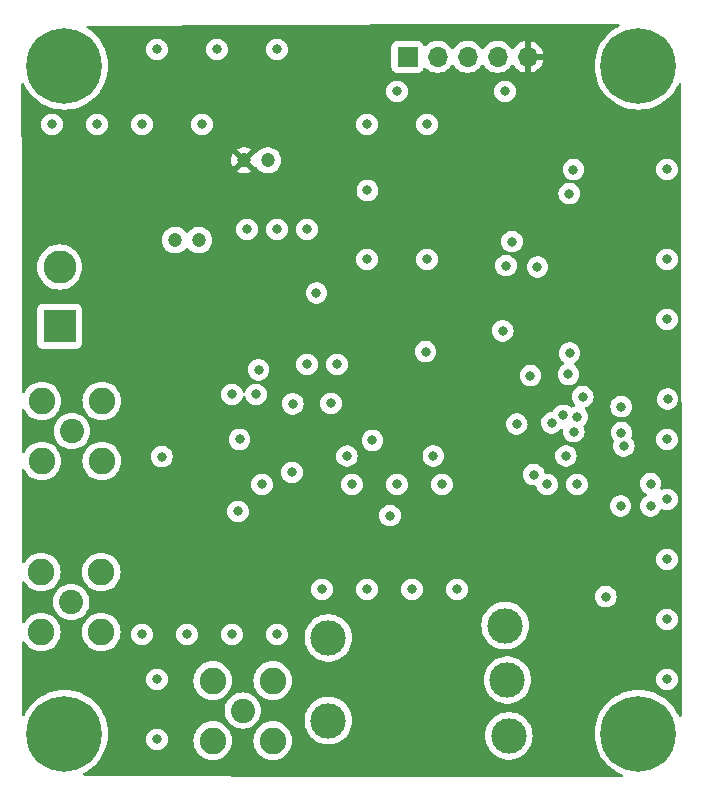
<source format=gbr>
%TF.GenerationSoftware,KiCad,Pcbnew,7.0.2*%
%TF.CreationDate,2023-05-21T11:23:19+02:00*%
%TF.ProjectId,sdrt41-tx,73647274-3431-42d7-9478-2e6b69636164,rev?*%
%TF.SameCoordinates,Original*%
%TF.FileFunction,Copper,L3,Inr*%
%TF.FilePolarity,Positive*%
%FSLAX46Y46*%
G04 Gerber Fmt 4.6, Leading zero omitted, Abs format (unit mm)*
G04 Created by KiCad (PCBNEW 7.0.2) date 2023-05-21 11:23:19*
%MOMM*%
%LPD*%
G01*
G04 APERTURE LIST*
%TA.AperFunction,ComponentPad*%
%ADD10R,2.800000X2.800000*%
%TD*%
%TA.AperFunction,ComponentPad*%
%ADD11C,2.800000*%
%TD*%
%TA.AperFunction,ComponentPad*%
%ADD12C,1.200000*%
%TD*%
%TA.AperFunction,ComponentPad*%
%ADD13C,6.400000*%
%TD*%
%TA.AperFunction,ComponentPad*%
%ADD14C,0.800000*%
%TD*%
%TA.AperFunction,ComponentPad*%
%ADD15C,2.050000*%
%TD*%
%TA.AperFunction,ComponentPad*%
%ADD16C,2.250000*%
%TD*%
%TA.AperFunction,ComponentPad*%
%ADD17R,1.700000X1.700000*%
%TD*%
%TA.AperFunction,ComponentPad*%
%ADD18O,1.700000X1.700000*%
%TD*%
%TA.AperFunction,ComponentPad*%
%ADD19C,3.000000*%
%TD*%
%TA.AperFunction,ViaPad*%
%ADD20C,0.800000*%
%TD*%
G04 APERTURE END LIST*
D10*
%TO.N,GND*%
%TO.C,J1*%
X83190400Y-81849600D03*
D11*
%TO.N,Net-(J1-Pin_2)*%
X83190400Y-76849600D03*
%TD*%
D12*
%TO.N,Net-(J1-Pin_2)*%
%TO.C,C4*%
X92980000Y-74574400D03*
%TO.N,GND*%
X94980000Y-74574400D03*
%TD*%
D13*
%TO.N,GND*%
%TO.C,H1*%
X83600000Y-116350000D03*
D14*
X81902944Y-114652944D03*
X83600000Y-118750000D03*
X81200000Y-116350000D03*
X86000000Y-116350000D03*
X83600000Y-113950000D03*
X85297056Y-118047056D03*
X85297056Y-114652944D03*
X81902944Y-118047056D03*
%TD*%
%TO.N,GND*%
%TO.C,H4*%
X81902944Y-58119944D03*
X83600000Y-57417000D03*
X85297056Y-58119944D03*
X83600000Y-62217000D03*
X81200000Y-59817000D03*
X81902944Y-61514056D03*
X86000000Y-59817000D03*
X85297056Y-61514056D03*
D13*
X83600000Y-59817000D03*
%TD*%
D15*
%TO.N,Net-(J2-In)*%
%TO.C,J2*%
X84226400Y-90728800D03*
D16*
%TO.N,GND*%
X81686400Y-88188800D03*
X86766400Y-93268800D03*
X81686400Y-93268800D03*
X86766400Y-88188800D03*
%TD*%
D17*
%TO.N,GND*%
%TO.C,J4*%
X112649000Y-59055000D03*
D18*
%TO.N,SDA*%
X115189000Y-59055000D03*
%TO.N,SCL*%
X117729000Y-59055000D03*
%TO.N,unconnected-(J4-Pin_4-Pad4)*%
X120269000Y-59055000D03*
%TO.N,+5V*%
X122809000Y-59055000D03*
%TD*%
D15*
%TO.N,Net-(J5-In)*%
%TO.C,J5*%
X98700000Y-114400000D03*
D16*
%TO.N,GND*%
X101240000Y-116940000D03*
X96160000Y-116940000D03*
X96160000Y-111860000D03*
X101240000Y-111860000D03*
%TD*%
D15*
%TO.N,Net-(J3-In)*%
%TO.C,J3*%
X84175600Y-105206800D03*
D16*
%TO.N,GND*%
X81635600Y-102666800D03*
X86715600Y-107746800D03*
X81635600Y-107746800D03*
X86715600Y-102666800D03*
%TD*%
D13*
%TO.N,GND*%
%TO.C,H2*%
X132200000Y-59817000D03*
D14*
X129800000Y-59817000D03*
X130502944Y-61514056D03*
X132200000Y-57417000D03*
X130502944Y-58119944D03*
X132200000Y-62217000D03*
X134600000Y-59817000D03*
X133897056Y-61514056D03*
X133897056Y-58119944D03*
%TD*%
%TO.N,GND*%
%TO.C,H3*%
X132200000Y-118750000D03*
X129800000Y-116350000D03*
X132200000Y-113950000D03*
X133897056Y-114652944D03*
D13*
X132200000Y-116350000D03*
D14*
X134600000Y-116350000D03*
X133897056Y-118047056D03*
X130502944Y-118047056D03*
X130502944Y-114652944D03*
%TD*%
D19*
%TO.N,GND*%
%TO.C,T1*%
X105947500Y-108250000D03*
%TO.N,Net-(J5-In)*%
X105947500Y-115250000D03*
%TO.N,Net-(T1-SA)*%
X121227500Y-116540000D03*
%TO.N,Net-(T1-SC)*%
X121107500Y-111810000D03*
%TO.N,Net-(T1-SB)*%
X120917500Y-107210000D03*
%TD*%
D12*
%TO.N,+5V*%
%TO.C,C1*%
X98822000Y-67818000D03*
%TO.N,GND*%
X100822000Y-67818000D03*
%TD*%
D20*
%TO.N,+3.3V*%
X120904000Y-61976000D03*
X111760000Y-61976000D03*
%TO.N,+5V*%
X131775200Y-82092800D03*
X113030000Y-86614000D03*
X96266000Y-94742000D03*
%TO.N,GND*%
X134620000Y-101600000D03*
X100330000Y-95250000D03*
X130683000Y-97089000D03*
X106680000Y-85090000D03*
X134620000Y-91440000D03*
X99822000Y-87630000D03*
X93980000Y-107950000D03*
X127000000Y-95250000D03*
X123342400Y-94437200D03*
X129438400Y-104749600D03*
X101600000Y-58420000D03*
X90170000Y-107950000D03*
X101600000Y-73660000D03*
X82550000Y-64770000D03*
X111760000Y-95250000D03*
X104140000Y-73660000D03*
X107518200Y-92862400D03*
X134670800Y-88036400D03*
X99060000Y-73660000D03*
X133223000Y-97089000D03*
X113030000Y-104140000D03*
X91440000Y-116840000D03*
X97790000Y-87630000D03*
X101600000Y-107950000D03*
X109220000Y-104140000D03*
X106172000Y-88392000D03*
X134620000Y-96520000D03*
X134620000Y-81280000D03*
X90170000Y-64770000D03*
X109220000Y-64770000D03*
X134620000Y-68580000D03*
X91440000Y-111760000D03*
X97790000Y-107950000D03*
X114300000Y-76200000D03*
X134620000Y-111760000D03*
X104140000Y-85090000D03*
X126699000Y-68600000D03*
X98298000Y-97536000D03*
X105410000Y-104140000D03*
X109220000Y-76200000D03*
X127482600Y-87821100D03*
X86360000Y-64770000D03*
X114173000Y-84023200D03*
X121492000Y-74696000D03*
X126365000Y-84140000D03*
X107950000Y-95250000D03*
X114300000Y-64770000D03*
X134620000Y-106680000D03*
X116840000Y-104140000D03*
X115570000Y-95250000D03*
X91440000Y-58420000D03*
X134620000Y-76200000D03*
X95250000Y-64770000D03*
X96520000Y-58420000D03*
X124460000Y-95250000D03*
%TO.N,+3.3V*%
X109245000Y-70358000D03*
X126343500Y-70632000D03*
%TO.N,Net-(U3A--)*%
X100037500Y-85550000D03*
X98425000Y-91440000D03*
%TO.N,Net-(C15-Pad1)*%
X91850000Y-92900000D03*
X102870000Y-94234000D03*
%TO.N,Net-(U6-1B4)*%
X123050000Y-86050000D03*
X126060200Y-92837000D03*
X124866400Y-90043000D03*
X104937500Y-79050000D03*
%TO.N,Net-(U6-1B1)*%
X120712500Y-82250000D03*
X126275489Y-85941511D03*
X127025400Y-89535000D03*
%TO.N,Net-(U3A-+)*%
X114833400Y-92837000D03*
X109675000Y-91535000D03*
X102936000Y-88432000D03*
%TO.N,Net-(U6-1B2)*%
X133223000Y-95189000D03*
X130759200Y-90881200D03*
X126720600Y-90779600D03*
%TO.N,Net-(U6-1B3)*%
X111162500Y-97900000D03*
X121894600Y-90144600D03*
X130962400Y-91998800D03*
%TO.N,Net-(U6-S1)*%
X120984000Y-76728000D03*
X125831600Y-89399500D03*
%TO.N,Net-(U6-S0)*%
X130733800Y-88671400D03*
X123651000Y-76855000D03*
%TD*%
%TA.AperFunction,Conductor*%
%TO.N,+5V*%
G36*
X130552682Y-56281501D02*
G01*
X130599175Y-56335157D01*
X130609279Y-56405431D01*
X130579785Y-56470011D01*
X130541765Y-56499765D01*
X130346154Y-56599434D01*
X130346125Y-56599450D01*
X130343206Y-56600938D01*
X130340447Y-56602729D01*
X130340436Y-56602736D01*
X130019971Y-56810847D01*
X130019957Y-56810856D01*
X130017207Y-56812643D01*
X130014653Y-56814711D01*
X130014645Y-56814717D01*
X129717686Y-57055191D01*
X129715124Y-57057266D01*
X129712797Y-57059592D01*
X129712787Y-57059602D01*
X129442602Y-57329787D01*
X129442592Y-57329797D01*
X129440266Y-57332124D01*
X129438194Y-57334682D01*
X129438191Y-57334686D01*
X129197717Y-57631645D01*
X129197711Y-57631653D01*
X129195643Y-57634207D01*
X129193856Y-57636957D01*
X129193847Y-57636971D01*
X128985736Y-57957436D01*
X128985729Y-57957447D01*
X128983938Y-57960206D01*
X128982443Y-57963139D01*
X128982439Y-57963147D01*
X128808965Y-58303607D01*
X128808958Y-58303622D01*
X128807468Y-58306547D01*
X128806291Y-58309612D01*
X128806283Y-58309631D01*
X128669353Y-58666347D01*
X128669350Y-58666355D01*
X128668167Y-58669438D01*
X128667315Y-58672617D01*
X128667311Y-58672630D01*
X128568416Y-59041711D01*
X128568413Y-59041724D01*
X128567562Y-59044901D01*
X128567047Y-59048148D01*
X128567045Y-59048161D01*
X128507268Y-59425576D01*
X128506754Y-59428824D01*
X128506582Y-59432100D01*
X128506581Y-59432113D01*
X128492004Y-59710268D01*
X128486411Y-59817000D01*
X128486584Y-59820301D01*
X128506581Y-60201886D01*
X128506582Y-60201897D01*
X128506754Y-60205176D01*
X128507267Y-60208417D01*
X128507268Y-60208423D01*
X128567045Y-60585838D01*
X128567046Y-60585847D01*
X128567562Y-60589099D01*
X128668167Y-60964562D01*
X128669352Y-60967649D01*
X128669353Y-60967652D01*
X128806283Y-61324368D01*
X128806287Y-61324376D01*
X128807468Y-61327453D01*
X128808961Y-61330384D01*
X128808965Y-61330392D01*
X128864333Y-61439057D01*
X128983938Y-61673795D01*
X128985734Y-61676561D01*
X128985736Y-61676564D01*
X129180191Y-61976000D01*
X129195643Y-61999793D01*
X129440266Y-62301876D01*
X129715124Y-62576734D01*
X130017207Y-62821357D01*
X130343205Y-63033062D01*
X130689547Y-63209532D01*
X131052438Y-63348833D01*
X131427901Y-63449438D01*
X131811824Y-63510246D01*
X132200000Y-63530589D01*
X132588176Y-63510246D01*
X132972099Y-63449438D01*
X133347562Y-63348833D01*
X133710453Y-63209532D01*
X134056795Y-63033062D01*
X134382793Y-62821357D01*
X134684876Y-62576734D01*
X134959734Y-62301876D01*
X135204357Y-61999793D01*
X135416062Y-61673795D01*
X135592532Y-61327453D01*
X135595930Y-61318598D01*
X135639011Y-61262170D01*
X135705763Y-61237990D01*
X135774991Y-61253736D01*
X135824717Y-61304411D01*
X135839563Y-61363727D01*
X135848615Y-114826811D01*
X135828624Y-114894935D01*
X135774977Y-114941437D01*
X135704704Y-114951553D01*
X135640119Y-114922070D01*
X135604984Y-114871986D01*
X135593716Y-114842631D01*
X135593714Y-114842628D01*
X135592532Y-114839547D01*
X135416062Y-114493206D01*
X135204357Y-114167207D01*
X134959734Y-113865124D01*
X134684876Y-113590266D01*
X134382793Y-113345643D01*
X134380033Y-113343850D01*
X134380028Y-113343847D01*
X134059564Y-113135736D01*
X134059561Y-113135734D01*
X134056795Y-113133938D01*
X133951921Y-113080502D01*
X133713392Y-112958965D01*
X133713384Y-112958961D01*
X133710453Y-112957468D01*
X133707380Y-112956288D01*
X133707368Y-112956283D01*
X133350652Y-112819353D01*
X133350649Y-112819352D01*
X133347562Y-112818167D01*
X133344376Y-112817313D01*
X133344369Y-112817311D01*
X132975288Y-112718416D01*
X132975279Y-112718414D01*
X132972099Y-112717562D01*
X132968847Y-112717046D01*
X132968838Y-112717045D01*
X132591423Y-112657268D01*
X132591417Y-112657267D01*
X132588176Y-112656754D01*
X132584897Y-112656582D01*
X132584886Y-112656581D01*
X132203301Y-112636584D01*
X132200000Y-112636411D01*
X132196699Y-112636584D01*
X131815113Y-112656581D01*
X131815100Y-112656582D01*
X131811824Y-112656754D01*
X131808584Y-112657267D01*
X131808576Y-112657268D01*
X131431161Y-112717045D01*
X131431148Y-112717047D01*
X131427901Y-112717562D01*
X131424724Y-112718413D01*
X131424711Y-112718416D01*
X131055630Y-112817311D01*
X131055617Y-112817315D01*
X131052438Y-112818167D01*
X131049355Y-112819350D01*
X131049347Y-112819353D01*
X130692631Y-112956283D01*
X130692612Y-112956291D01*
X130689547Y-112957468D01*
X130686622Y-112958958D01*
X130686607Y-112958965D01*
X130346147Y-113132439D01*
X130346139Y-113132443D01*
X130343206Y-113133938D01*
X130340447Y-113135729D01*
X130340436Y-113135736D01*
X130019971Y-113343847D01*
X130019957Y-113343856D01*
X130017207Y-113345643D01*
X130014653Y-113347711D01*
X130014645Y-113347717D01*
X129828383Y-113498550D01*
X129715124Y-113590266D01*
X129712797Y-113592592D01*
X129712787Y-113592602D01*
X129442602Y-113862787D01*
X129442592Y-113862797D01*
X129440266Y-113865124D01*
X129438194Y-113867682D01*
X129438191Y-113867686D01*
X129197717Y-114164645D01*
X129197711Y-114164653D01*
X129195643Y-114167207D01*
X129193856Y-114169957D01*
X129193847Y-114169971D01*
X128985736Y-114490436D01*
X128985729Y-114490447D01*
X128983938Y-114493206D01*
X128982443Y-114496139D01*
X128982439Y-114496147D01*
X128808965Y-114836607D01*
X128808958Y-114836622D01*
X128807468Y-114839547D01*
X128806291Y-114842612D01*
X128806283Y-114842631D01*
X128669353Y-115199347D01*
X128669350Y-115199355D01*
X128668167Y-115202438D01*
X128667315Y-115205617D01*
X128667311Y-115205630D01*
X128568416Y-115574711D01*
X128568413Y-115574724D01*
X128567562Y-115577901D01*
X128567047Y-115581148D01*
X128567045Y-115581161D01*
X128510489Y-115938241D01*
X128506754Y-115961824D01*
X128506582Y-115965100D01*
X128506581Y-115965113D01*
X128490820Y-116265870D01*
X128486411Y-116350000D01*
X128486584Y-116353301D01*
X128506581Y-116734886D01*
X128506582Y-116734897D01*
X128506754Y-116738176D01*
X128507267Y-116741417D01*
X128507268Y-116741423D01*
X128567045Y-117118838D01*
X128567046Y-117118847D01*
X128567562Y-117122099D01*
X128568414Y-117125279D01*
X128568416Y-117125288D01*
X128654442Y-117446340D01*
X128668167Y-117497562D01*
X128669352Y-117500649D01*
X128669353Y-117500652D01*
X128806283Y-117857368D01*
X128806285Y-117857372D01*
X128807468Y-117860453D01*
X128808961Y-117863384D01*
X128808965Y-117863392D01*
X128831943Y-117908488D01*
X128983938Y-118206795D01*
X128985734Y-118209561D01*
X128985736Y-118209564D01*
X129181545Y-118511085D01*
X129195643Y-118532793D01*
X129440266Y-118834876D01*
X129715124Y-119109734D01*
X130017207Y-119354357D01*
X130343205Y-119566062D01*
X130689547Y-119742532D01*
X130692628Y-119743714D01*
X130692631Y-119743716D01*
X130842760Y-119801345D01*
X130899188Y-119844431D01*
X130923365Y-119911184D01*
X130907614Y-119980411D01*
X130856936Y-120030133D01*
X130797493Y-120044976D01*
X110444451Y-120026755D01*
X85298207Y-119913990D01*
X85230177Y-119893682D01*
X85183925Y-119839819D01*
X85174136Y-119769500D01*
X85203919Y-119705052D01*
X85241567Y-119675725D01*
X85456795Y-119566062D01*
X85782793Y-119354357D01*
X86084876Y-119109734D01*
X86359734Y-118834876D01*
X86604357Y-118532793D01*
X86816062Y-118206795D01*
X86992532Y-117860453D01*
X87131833Y-117497562D01*
X87232438Y-117122099D01*
X87277119Y-116840000D01*
X90526496Y-116840000D01*
X90546458Y-117029929D01*
X90605472Y-117211556D01*
X90700958Y-117376942D01*
X90700960Y-117376944D01*
X90828747Y-117518866D01*
X90983248Y-117631118D01*
X91157712Y-117708794D01*
X91344513Y-117748500D01*
X91344515Y-117748500D01*
X91535485Y-117748500D01*
X91535487Y-117748500D01*
X91722288Y-117708794D01*
X91896752Y-117631118D01*
X92051253Y-117518866D01*
X92179040Y-117376944D01*
X92274527Y-117211556D01*
X92333542Y-117029928D01*
X92342994Y-116940000D01*
X94521449Y-116940000D01*
X94528945Y-117035247D01*
X94541622Y-117196326D01*
X94601645Y-117446340D01*
X94700041Y-117683890D01*
X94834383Y-117903116D01*
X95001368Y-118098631D01*
X95196883Y-118265616D01*
X95416109Y-118399958D01*
X95416111Y-118399958D01*
X95416113Y-118399960D01*
X95653660Y-118498355D01*
X95903674Y-118558378D01*
X96160000Y-118578551D01*
X96416326Y-118558378D01*
X96666340Y-118498355D01*
X96903887Y-118399960D01*
X97123116Y-118265616D01*
X97318631Y-118098631D01*
X97485616Y-117903116D01*
X97619960Y-117683887D01*
X97718355Y-117446340D01*
X97778378Y-117196326D01*
X97798551Y-116940000D01*
X99601449Y-116940000D01*
X99621622Y-117196326D01*
X99681645Y-117446340D01*
X99780041Y-117683890D01*
X99914383Y-117903116D01*
X100081368Y-118098631D01*
X100276883Y-118265616D01*
X100496109Y-118399958D01*
X100496111Y-118399958D01*
X100496113Y-118399960D01*
X100733660Y-118498355D01*
X100983674Y-118558378D01*
X101240000Y-118578551D01*
X101496326Y-118558378D01*
X101746340Y-118498355D01*
X101983887Y-118399960D01*
X102203116Y-118265616D01*
X102398631Y-118098631D01*
X102565616Y-117903116D01*
X102699960Y-117683887D01*
X102798355Y-117446340D01*
X102858378Y-117196326D01*
X102878551Y-116940000D01*
X102858378Y-116683674D01*
X102798355Y-116433660D01*
X102699960Y-116196113D01*
X102678525Y-116161134D01*
X102565616Y-115976883D01*
X102398631Y-115781368D01*
X102203116Y-115614383D01*
X101983890Y-115480041D01*
X101746340Y-115381645D01*
X101496326Y-115321622D01*
X101496326Y-115321621D01*
X101240000Y-115301449D01*
X101239999Y-115301449D01*
X100983673Y-115321622D01*
X100733659Y-115381645D01*
X100496109Y-115480041D01*
X100276883Y-115614383D01*
X100081368Y-115781368D01*
X99914383Y-115976883D01*
X99780041Y-116196109D01*
X99681645Y-116433659D01*
X99621622Y-116683673D01*
X99601449Y-116940000D01*
X97798551Y-116940000D01*
X97778378Y-116683674D01*
X97718355Y-116433660D01*
X97619960Y-116196113D01*
X97598525Y-116161134D01*
X97485616Y-115976883D01*
X97318631Y-115781368D01*
X97123116Y-115614383D01*
X96903890Y-115480041D01*
X96666340Y-115381645D01*
X96416326Y-115321622D01*
X96160000Y-115301449D01*
X95903673Y-115321622D01*
X95653659Y-115381645D01*
X95416109Y-115480041D01*
X95196883Y-115614383D01*
X95001368Y-115781368D01*
X94834383Y-115976883D01*
X94700041Y-116196109D01*
X94601645Y-116433659D01*
X94549690Y-116650070D01*
X94541622Y-116683674D01*
X94521449Y-116940000D01*
X92342994Y-116940000D01*
X92353504Y-116840000D01*
X92333542Y-116650072D01*
X92274527Y-116468444D01*
X92274527Y-116468443D01*
X92179041Y-116303057D01*
X92051252Y-116161133D01*
X91896753Y-116048883D01*
X91896752Y-116048882D01*
X91722288Y-115971206D01*
X91535487Y-115931500D01*
X91344513Y-115931500D01*
X91219978Y-115957970D01*
X91157711Y-115971206D01*
X90983246Y-116048883D01*
X90828747Y-116161133D01*
X90700958Y-116303057D01*
X90605472Y-116468443D01*
X90546458Y-116650070D01*
X90526496Y-116840000D01*
X87277119Y-116840000D01*
X87293246Y-116738176D01*
X87313589Y-116350000D01*
X87293246Y-115961824D01*
X87232438Y-115577901D01*
X87131833Y-115202438D01*
X87013927Y-114895282D01*
X86993716Y-114842631D01*
X86993714Y-114842628D01*
X86992532Y-114839547D01*
X86816062Y-114493206D01*
X86755534Y-114400000D01*
X97161758Y-114400000D01*
X97180696Y-114640634D01*
X97237045Y-114875344D01*
X97316005Y-115065971D01*
X97329416Y-115098347D01*
X97455536Y-115304156D01*
X97612299Y-115487701D01*
X97795844Y-115644464D01*
X98001653Y-115770584D01*
X98224657Y-115862955D01*
X98459366Y-115919304D01*
X98700000Y-115938242D01*
X98940634Y-115919304D01*
X99175343Y-115862955D01*
X99398347Y-115770584D01*
X99604156Y-115644464D01*
X99787701Y-115487701D01*
X99944464Y-115304156D01*
X99977651Y-115250000D01*
X103934307Y-115250000D01*
X103934601Y-115254298D01*
X103949068Y-115465806D01*
X103953058Y-115524130D01*
X103953931Y-115528331D01*
X103953932Y-115528338D01*
X103986960Y-115687275D01*
X104008962Y-115793153D01*
X104010399Y-115797196D01*
X104010402Y-115797207D01*
X104099537Y-116048008D01*
X104099540Y-116048015D01*
X104100977Y-116052058D01*
X104102951Y-116055869D01*
X104102953Y-116055872D01*
X104225406Y-116292197D01*
X104225409Y-116292202D01*
X104227389Y-116296023D01*
X104385843Y-116520502D01*
X104573389Y-116721314D01*
X104786531Y-116894718D01*
X105021300Y-117037484D01*
X105273323Y-117146953D01*
X105537904Y-117221085D01*
X105810115Y-117258500D01*
X105814420Y-117258500D01*
X106080580Y-117258500D01*
X106084885Y-117258500D01*
X106357096Y-117221085D01*
X106621677Y-117146953D01*
X106873700Y-117037484D01*
X107108469Y-116894718D01*
X107321611Y-116721314D01*
X107490947Y-116540000D01*
X119214307Y-116540000D01*
X119214601Y-116544298D01*
X119228084Y-116741423D01*
X119233058Y-116814130D01*
X119233931Y-116818331D01*
X119233932Y-116818338D01*
X119275343Y-117017616D01*
X119288962Y-117083153D01*
X119290399Y-117087196D01*
X119290402Y-117087207D01*
X119379537Y-117338008D01*
X119379540Y-117338015D01*
X119380977Y-117342058D01*
X119382951Y-117345869D01*
X119382953Y-117345872D01*
X119505406Y-117582197D01*
X119505409Y-117582202D01*
X119507389Y-117586023D01*
X119665843Y-117810502D01*
X119853389Y-118011314D01*
X120066531Y-118184718D01*
X120301300Y-118327484D01*
X120553323Y-118436953D01*
X120817904Y-118511085D01*
X121090115Y-118548500D01*
X121094420Y-118548500D01*
X121360580Y-118548500D01*
X121364885Y-118548500D01*
X121637096Y-118511085D01*
X121901677Y-118436953D01*
X122153700Y-118327484D01*
X122388469Y-118184718D01*
X122601611Y-118011314D01*
X122789157Y-117810502D01*
X122947611Y-117586023D01*
X123074023Y-117342058D01*
X123166038Y-117083153D01*
X123221942Y-116814130D01*
X123240693Y-116540000D01*
X123221942Y-116265870D01*
X123166038Y-115996847D01*
X123152436Y-115958576D01*
X123075462Y-115741991D01*
X123074023Y-115737942D01*
X122947611Y-115493977D01*
X122789157Y-115269498D01*
X122601611Y-115068686D01*
X122487525Y-114975870D01*
X122391804Y-114897995D01*
X122391801Y-114897993D01*
X122388469Y-114895282D01*
X122153700Y-114752516D01*
X122149759Y-114750804D01*
X122149753Y-114750801D01*
X121905612Y-114644756D01*
X121905609Y-114644755D01*
X121901677Y-114643047D01*
X121897552Y-114641891D01*
X121897543Y-114641888D01*
X121641242Y-114570076D01*
X121641232Y-114570074D01*
X121637096Y-114568915D01*
X121632835Y-114568329D01*
X121632824Y-114568327D01*
X121369153Y-114532086D01*
X121369143Y-114532085D01*
X121364885Y-114531500D01*
X121090115Y-114531500D01*
X121085857Y-114532085D01*
X121085846Y-114532086D01*
X120822175Y-114568327D01*
X120822161Y-114568329D01*
X120817904Y-114568915D01*
X120813769Y-114570073D01*
X120813757Y-114570076D01*
X120557456Y-114641888D01*
X120557442Y-114641892D01*
X120553323Y-114643047D01*
X120549395Y-114644753D01*
X120549387Y-114644756D01*
X120305246Y-114750801D01*
X120305233Y-114750807D01*
X120301300Y-114752516D01*
X120297629Y-114754748D01*
X120297622Y-114754752D01*
X120070204Y-114893048D01*
X120070199Y-114893050D01*
X120066531Y-114895282D01*
X120063204Y-114897988D01*
X120063195Y-114897995D01*
X119856725Y-115065971D01*
X119856717Y-115065978D01*
X119853389Y-115068686D01*
X119850457Y-115071824D01*
X119850452Y-115071830D01*
X119668782Y-115266350D01*
X119668774Y-115266358D01*
X119665843Y-115269498D01*
X119663363Y-115273010D01*
X119663360Y-115273015D01*
X119509875Y-115490454D01*
X119509870Y-115490462D01*
X119507389Y-115493977D01*
X119505413Y-115497790D01*
X119505406Y-115497802D01*
X119382953Y-115734127D01*
X119382949Y-115734136D01*
X119380977Y-115737942D01*
X119379542Y-115741978D01*
X119379537Y-115741991D01*
X119290402Y-115992792D01*
X119290397Y-115992807D01*
X119288962Y-115996847D01*
X119288087Y-116001054D01*
X119288087Y-116001057D01*
X119233932Y-116261661D01*
X119233930Y-116261670D01*
X119233058Y-116265870D01*
X119232764Y-116270157D01*
X119232764Y-116270163D01*
X119215881Y-116516984D01*
X119214307Y-116540000D01*
X107490947Y-116540000D01*
X107509157Y-116520502D01*
X107667611Y-116296023D01*
X107794023Y-116052058D01*
X107886038Y-115793153D01*
X107941942Y-115524130D01*
X107960693Y-115250000D01*
X107941942Y-114975870D01*
X107886038Y-114706847D01*
X107863363Y-114643047D01*
X107795462Y-114451991D01*
X107794023Y-114447942D01*
X107667611Y-114203977D01*
X107509157Y-113979498D01*
X107321611Y-113778686D01*
X107234863Y-113708111D01*
X107111804Y-113607995D01*
X107111801Y-113607993D01*
X107108469Y-113605282D01*
X106873700Y-113462516D01*
X106869759Y-113460804D01*
X106869753Y-113460801D01*
X106625612Y-113354756D01*
X106625609Y-113354755D01*
X106621677Y-113353047D01*
X106617552Y-113351891D01*
X106617543Y-113351888D01*
X106361242Y-113280076D01*
X106361232Y-113280074D01*
X106357096Y-113278915D01*
X106352835Y-113278329D01*
X106352824Y-113278327D01*
X106089153Y-113242086D01*
X106089143Y-113242085D01*
X106084885Y-113241500D01*
X105810115Y-113241500D01*
X105805857Y-113242085D01*
X105805846Y-113242086D01*
X105542175Y-113278327D01*
X105542161Y-113278329D01*
X105537904Y-113278915D01*
X105533769Y-113280073D01*
X105533757Y-113280076D01*
X105277456Y-113351888D01*
X105277442Y-113351892D01*
X105273323Y-113353047D01*
X105269395Y-113354753D01*
X105269387Y-113354756D01*
X105025246Y-113460801D01*
X105025233Y-113460807D01*
X105021300Y-113462516D01*
X105017629Y-113464748D01*
X105017622Y-113464752D01*
X104790204Y-113603048D01*
X104790199Y-113603050D01*
X104786531Y-113605282D01*
X104783204Y-113607988D01*
X104783195Y-113607995D01*
X104576725Y-113775971D01*
X104576717Y-113775978D01*
X104573389Y-113778686D01*
X104570457Y-113781824D01*
X104570452Y-113781830D01*
X104388782Y-113976350D01*
X104388774Y-113976358D01*
X104385843Y-113979498D01*
X104383363Y-113983010D01*
X104383360Y-113983015D01*
X104229875Y-114200454D01*
X104229870Y-114200462D01*
X104227389Y-114203977D01*
X104225413Y-114207790D01*
X104225406Y-114207802D01*
X104102953Y-114444127D01*
X104102949Y-114444136D01*
X104100977Y-114447942D01*
X104099542Y-114451978D01*
X104099537Y-114451991D01*
X104010402Y-114702792D01*
X104010397Y-114702807D01*
X104008962Y-114706847D01*
X104008087Y-114711054D01*
X104008087Y-114711057D01*
X103953932Y-114971661D01*
X103953930Y-114971670D01*
X103953058Y-114975870D01*
X103934307Y-115250000D01*
X99977651Y-115250000D01*
X100070584Y-115098347D01*
X100162955Y-114875343D01*
X100219304Y-114640634D01*
X100238242Y-114400000D01*
X100219304Y-114159366D01*
X100162955Y-113924657D01*
X100070584Y-113701653D01*
X99944464Y-113495844D01*
X99787701Y-113312299D01*
X99604156Y-113155536D01*
X99398347Y-113029416D01*
X99372310Y-113018631D01*
X99175344Y-112937045D01*
X98940634Y-112880696D01*
X98700000Y-112861758D01*
X98459365Y-112880696D01*
X98224655Y-112937045D01*
X98001654Y-113029415D01*
X97924029Y-113076984D01*
X97795844Y-113155536D01*
X97612299Y-113312299D01*
X97455536Y-113495844D01*
X97398946Y-113588191D01*
X97329415Y-113701654D01*
X97237045Y-113924655D01*
X97180696Y-114159365D01*
X97161758Y-114400000D01*
X86755534Y-114400000D01*
X86604357Y-114167207D01*
X86359734Y-113865124D01*
X86084876Y-113590266D01*
X85782793Y-113345643D01*
X85780033Y-113343850D01*
X85780028Y-113343847D01*
X85459564Y-113135736D01*
X85459561Y-113135734D01*
X85456795Y-113133938D01*
X85351921Y-113080502D01*
X85113392Y-112958965D01*
X85113384Y-112958961D01*
X85110453Y-112957468D01*
X85107380Y-112956288D01*
X85107368Y-112956283D01*
X84750652Y-112819353D01*
X84750649Y-112819352D01*
X84747562Y-112818167D01*
X84744376Y-112817313D01*
X84744369Y-112817311D01*
X84375288Y-112718416D01*
X84375279Y-112718414D01*
X84372099Y-112717562D01*
X84368847Y-112717046D01*
X84368838Y-112717045D01*
X83991423Y-112657268D01*
X83991417Y-112657267D01*
X83988176Y-112656754D01*
X83984897Y-112656582D01*
X83984886Y-112656581D01*
X83603301Y-112636584D01*
X83600000Y-112636411D01*
X83596699Y-112636584D01*
X83215113Y-112656581D01*
X83215100Y-112656582D01*
X83211824Y-112656754D01*
X83208584Y-112657267D01*
X83208576Y-112657268D01*
X82831161Y-112717045D01*
X82831148Y-112717047D01*
X82827901Y-112717562D01*
X82824724Y-112718413D01*
X82824711Y-112718416D01*
X82455630Y-112817311D01*
X82455617Y-112817315D01*
X82452438Y-112818167D01*
X82449355Y-112819350D01*
X82449347Y-112819353D01*
X82092631Y-112956283D01*
X82092612Y-112956291D01*
X82089547Y-112957468D01*
X82086622Y-112958958D01*
X82086607Y-112958965D01*
X81746147Y-113132439D01*
X81746139Y-113132443D01*
X81743206Y-113133938D01*
X81740447Y-113135729D01*
X81740436Y-113135736D01*
X81419971Y-113343847D01*
X81419957Y-113343856D01*
X81417207Y-113345643D01*
X81414653Y-113347711D01*
X81414645Y-113347717D01*
X81228383Y-113498550D01*
X81115124Y-113590266D01*
X81112797Y-113592592D01*
X81112787Y-113592602D01*
X80842602Y-113862787D01*
X80842592Y-113862797D01*
X80840266Y-113865124D01*
X80838194Y-113867682D01*
X80838191Y-113867686D01*
X80597717Y-114164645D01*
X80597711Y-114164653D01*
X80595643Y-114167207D01*
X80593856Y-114169957D01*
X80593847Y-114169971D01*
X80385736Y-114490436D01*
X80385729Y-114490447D01*
X80383938Y-114493206D01*
X80382443Y-114496139D01*
X80382439Y-114496147D01*
X80235391Y-114784744D01*
X80186642Y-114836359D01*
X80117727Y-114853425D01*
X80050526Y-114830524D01*
X80006374Y-114774926D01*
X79997124Y-114727622D01*
X79995224Y-111760000D01*
X90526496Y-111760000D01*
X90546458Y-111949929D01*
X90605472Y-112131556D01*
X90700958Y-112296942D01*
X90700960Y-112296944D01*
X90828747Y-112438866D01*
X90983248Y-112551118D01*
X91157712Y-112628794D01*
X91344513Y-112668500D01*
X91344515Y-112668500D01*
X91535485Y-112668500D01*
X91535487Y-112668500D01*
X91722288Y-112628794D01*
X91896752Y-112551118D01*
X92051253Y-112438866D01*
X92179040Y-112296944D01*
X92274527Y-112131556D01*
X92333542Y-111949928D01*
X92342994Y-111860000D01*
X94521449Y-111860000D01*
X94541622Y-112116326D01*
X94601645Y-112366340D01*
X94700041Y-112603890D01*
X94834383Y-112823116D01*
X95001368Y-113018631D01*
X95196883Y-113185616D01*
X95416109Y-113319958D01*
X95416111Y-113319958D01*
X95416113Y-113319960D01*
X95653660Y-113418355D01*
X95903674Y-113478378D01*
X96160000Y-113498551D01*
X96416326Y-113478378D01*
X96666340Y-113418355D01*
X96903887Y-113319960D01*
X97123116Y-113185616D01*
X97318631Y-113018631D01*
X97485616Y-112823116D01*
X97619960Y-112603887D01*
X97718355Y-112366340D01*
X97778378Y-112116326D01*
X97798551Y-111860000D01*
X99601449Y-111860000D01*
X99618750Y-112079836D01*
X99621622Y-112116326D01*
X99681645Y-112366340D01*
X99780041Y-112603890D01*
X99914383Y-112823116D01*
X100081368Y-113018631D01*
X100276883Y-113185616D01*
X100496109Y-113319958D01*
X100496111Y-113319958D01*
X100496113Y-113319960D01*
X100733660Y-113418355D01*
X100983674Y-113478378D01*
X101240000Y-113498551D01*
X101496326Y-113478378D01*
X101746340Y-113418355D01*
X101983887Y-113319960D01*
X102203116Y-113185616D01*
X102398631Y-113018631D01*
X102565616Y-112823116D01*
X102699960Y-112603887D01*
X102798355Y-112366340D01*
X102858378Y-112116326D01*
X102878551Y-111860000D01*
X102874616Y-111810000D01*
X119094307Y-111810000D01*
X119113058Y-112084130D01*
X119168962Y-112353153D01*
X119170399Y-112357196D01*
X119170402Y-112357207D01*
X119259537Y-112608008D01*
X119259540Y-112608015D01*
X119260977Y-112612058D01*
X119262951Y-112615869D01*
X119262953Y-112615872D01*
X119385406Y-112852197D01*
X119385409Y-112852202D01*
X119387389Y-112856023D01*
X119545843Y-113080502D01*
X119733389Y-113281314D01*
X119946531Y-113454718D01*
X120181300Y-113597484D01*
X120433323Y-113706953D01*
X120697904Y-113781085D01*
X120970115Y-113818500D01*
X120974420Y-113818500D01*
X121240580Y-113818500D01*
X121244885Y-113818500D01*
X121517096Y-113781085D01*
X121781677Y-113706953D01*
X122033700Y-113597484D01*
X122268469Y-113454718D01*
X122481611Y-113281314D01*
X122669157Y-113080502D01*
X122827611Y-112856023D01*
X122954023Y-112612058D01*
X123046038Y-112353153D01*
X123101942Y-112084130D01*
X123120693Y-111810000D01*
X123117273Y-111760000D01*
X133706496Y-111760000D01*
X133726458Y-111949929D01*
X133785472Y-112131556D01*
X133880958Y-112296942D01*
X133880960Y-112296944D01*
X134008747Y-112438866D01*
X134163248Y-112551118D01*
X134337712Y-112628794D01*
X134524513Y-112668500D01*
X134524515Y-112668500D01*
X134715485Y-112668500D01*
X134715487Y-112668500D01*
X134902288Y-112628794D01*
X135076752Y-112551118D01*
X135231253Y-112438866D01*
X135359040Y-112296944D01*
X135454527Y-112131556D01*
X135513542Y-111949928D01*
X135533504Y-111760000D01*
X135513542Y-111570072D01*
X135454527Y-111388444D01*
X135454527Y-111388443D01*
X135359041Y-111223057D01*
X135231252Y-111081133D01*
X135076753Y-110968883D01*
X135076752Y-110968882D01*
X134902288Y-110891206D01*
X134715487Y-110851500D01*
X134524513Y-110851500D01*
X134399978Y-110877970D01*
X134337711Y-110891206D01*
X134163246Y-110968883D01*
X134008747Y-111081133D01*
X133880958Y-111223057D01*
X133785472Y-111388443D01*
X133726458Y-111570070D01*
X133706496Y-111760000D01*
X123117273Y-111760000D01*
X123101942Y-111535870D01*
X123046038Y-111266847D01*
X122980035Y-111081134D01*
X122955462Y-111011991D01*
X122954023Y-111007942D01*
X122827611Y-110763977D01*
X122669157Y-110539498D01*
X122481611Y-110338686D01*
X122382328Y-110257913D01*
X122271804Y-110167995D01*
X122271801Y-110167993D01*
X122268469Y-110165282D01*
X122033700Y-110022516D01*
X122029759Y-110020804D01*
X122029753Y-110020801D01*
X121785612Y-109914756D01*
X121785609Y-109914755D01*
X121781677Y-109913047D01*
X121777552Y-109911891D01*
X121777543Y-109911888D01*
X121521242Y-109840076D01*
X121521232Y-109840074D01*
X121517096Y-109838915D01*
X121512835Y-109838329D01*
X121512824Y-109838327D01*
X121249153Y-109802086D01*
X121249143Y-109802085D01*
X121244885Y-109801500D01*
X120970115Y-109801500D01*
X120965857Y-109802085D01*
X120965846Y-109802086D01*
X120702175Y-109838327D01*
X120702161Y-109838329D01*
X120697904Y-109838915D01*
X120693769Y-109840073D01*
X120693757Y-109840076D01*
X120437456Y-109911888D01*
X120437442Y-109911892D01*
X120433323Y-109913047D01*
X120429395Y-109914753D01*
X120429387Y-109914756D01*
X120185246Y-110020801D01*
X120185233Y-110020807D01*
X120181300Y-110022516D01*
X120177629Y-110024748D01*
X120177622Y-110024752D01*
X119950204Y-110163048D01*
X119950199Y-110163050D01*
X119946531Y-110165282D01*
X119943204Y-110167988D01*
X119943195Y-110167995D01*
X119736725Y-110335971D01*
X119736717Y-110335978D01*
X119733389Y-110338686D01*
X119730457Y-110341824D01*
X119730452Y-110341830D01*
X119548782Y-110536350D01*
X119548774Y-110536358D01*
X119545843Y-110539498D01*
X119543363Y-110543010D01*
X119543360Y-110543015D01*
X119389875Y-110760454D01*
X119389870Y-110760462D01*
X119387389Y-110763977D01*
X119385413Y-110767790D01*
X119385406Y-110767802D01*
X119262953Y-111004127D01*
X119262949Y-111004136D01*
X119260977Y-111007942D01*
X119259542Y-111011978D01*
X119259537Y-111011991D01*
X119170402Y-111262792D01*
X119170397Y-111262807D01*
X119168962Y-111266847D01*
X119168087Y-111271054D01*
X119168087Y-111271057D01*
X119113932Y-111531661D01*
X119113930Y-111531670D01*
X119113058Y-111535870D01*
X119112764Y-111540157D01*
X119112764Y-111540163D01*
X119108420Y-111603673D01*
X119094307Y-111810000D01*
X102874616Y-111810000D01*
X102858378Y-111603674D01*
X102798355Y-111353660D01*
X102699960Y-111116113D01*
X102678525Y-111081134D01*
X102565616Y-110896883D01*
X102398631Y-110701368D01*
X102203116Y-110534383D01*
X101983890Y-110400041D01*
X101746340Y-110301645D01*
X101496326Y-110241622D01*
X101240000Y-110221449D01*
X100983673Y-110241622D01*
X100733659Y-110301645D01*
X100496109Y-110400041D01*
X100276883Y-110534383D01*
X100081368Y-110701368D01*
X99914383Y-110896883D01*
X99780041Y-111116109D01*
X99681645Y-111353659D01*
X99629690Y-111570070D01*
X99621622Y-111603674D01*
X99601449Y-111860000D01*
X97798551Y-111860000D01*
X97778378Y-111603674D01*
X97718355Y-111353660D01*
X97619960Y-111116113D01*
X97598525Y-111081134D01*
X97485616Y-110896883D01*
X97318631Y-110701368D01*
X97123116Y-110534383D01*
X96903890Y-110400041D01*
X96666340Y-110301645D01*
X96416326Y-110241622D01*
X96160000Y-110221449D01*
X95903673Y-110241622D01*
X95653659Y-110301645D01*
X95416109Y-110400041D01*
X95196883Y-110534383D01*
X95001368Y-110701368D01*
X94834383Y-110896883D01*
X94700041Y-111116109D01*
X94601645Y-111353659D01*
X94541622Y-111603673D01*
X94521449Y-111860000D01*
X92342994Y-111860000D01*
X92353504Y-111760000D01*
X92333542Y-111570072D01*
X92274527Y-111388444D01*
X92274527Y-111388443D01*
X92179041Y-111223057D01*
X92051252Y-111081133D01*
X91896753Y-110968883D01*
X91896752Y-110968882D01*
X91722288Y-110891206D01*
X91535487Y-110851500D01*
X91344513Y-110851500D01*
X91219978Y-110877970D01*
X91157711Y-110891206D01*
X90983246Y-110968883D01*
X90828747Y-111081133D01*
X90700958Y-111223057D01*
X90605472Y-111388443D01*
X90546458Y-111570070D01*
X90526496Y-111760000D01*
X79995224Y-111760000D01*
X79993227Y-108639857D01*
X80013185Y-108571726D01*
X80066811Y-108525199D01*
X80137079Y-108515050D01*
X80201678Y-108544502D01*
X80226659Y-108573944D01*
X80309983Y-108709915D01*
X80476968Y-108905431D01*
X80672483Y-109072416D01*
X80891709Y-109206758D01*
X80891711Y-109206758D01*
X80891713Y-109206760D01*
X81129260Y-109305155D01*
X81379274Y-109365178D01*
X81635600Y-109385351D01*
X81891926Y-109365178D01*
X82141940Y-109305155D01*
X82379487Y-109206760D01*
X82598716Y-109072416D01*
X82794231Y-108905431D01*
X82961216Y-108709916D01*
X83095560Y-108490687D01*
X83193955Y-108253140D01*
X83253978Y-108003126D01*
X83274151Y-107746800D01*
X85077049Y-107746800D01*
X85097222Y-108003126D01*
X85157245Y-108253140D01*
X85255641Y-108490690D01*
X85389983Y-108709916D01*
X85556968Y-108905431D01*
X85752483Y-109072416D01*
X85971709Y-109206758D01*
X85971711Y-109206758D01*
X85971713Y-109206760D01*
X86209260Y-109305155D01*
X86459274Y-109365178D01*
X86715600Y-109385351D01*
X86971926Y-109365178D01*
X87221940Y-109305155D01*
X87459487Y-109206760D01*
X87678716Y-109072416D01*
X87874231Y-108905431D01*
X88041216Y-108709916D01*
X88175560Y-108490687D01*
X88273955Y-108253140D01*
X88333978Y-108003126D01*
X88338159Y-107950000D01*
X89256496Y-107950000D01*
X89276458Y-108139929D01*
X89335472Y-108321556D01*
X89430958Y-108486942D01*
X89430960Y-108486944D01*
X89558747Y-108628866D01*
X89713248Y-108741118D01*
X89887712Y-108818794D01*
X90074513Y-108858500D01*
X90074515Y-108858500D01*
X90265485Y-108858500D01*
X90265487Y-108858500D01*
X90452288Y-108818794D01*
X90626752Y-108741118D01*
X90781253Y-108628866D01*
X90909040Y-108486944D01*
X91004527Y-108321556D01*
X91063542Y-108139928D01*
X91083504Y-107950000D01*
X93066496Y-107950000D01*
X93073419Y-108015872D01*
X93086458Y-108139929D01*
X93145472Y-108321556D01*
X93240958Y-108486942D01*
X93240960Y-108486944D01*
X93368747Y-108628866D01*
X93523248Y-108741118D01*
X93697712Y-108818794D01*
X93884513Y-108858500D01*
X93884515Y-108858500D01*
X94075485Y-108858500D01*
X94075487Y-108858500D01*
X94262288Y-108818794D01*
X94436752Y-108741118D01*
X94591253Y-108628866D01*
X94719040Y-108486944D01*
X94814527Y-108321556D01*
X94873542Y-108139928D01*
X94893504Y-107950000D01*
X96876496Y-107950000D01*
X96883419Y-108015872D01*
X96896458Y-108139929D01*
X96955472Y-108321556D01*
X97050958Y-108486942D01*
X97050960Y-108486944D01*
X97178747Y-108628866D01*
X97333248Y-108741118D01*
X97507712Y-108818794D01*
X97694513Y-108858500D01*
X97694515Y-108858500D01*
X97885485Y-108858500D01*
X97885487Y-108858500D01*
X98072288Y-108818794D01*
X98246752Y-108741118D01*
X98401253Y-108628866D01*
X98529040Y-108486944D01*
X98624527Y-108321556D01*
X98683542Y-108139928D01*
X98703504Y-107950000D01*
X100686496Y-107950000D01*
X100693419Y-108015872D01*
X100706458Y-108139929D01*
X100765472Y-108321556D01*
X100860958Y-108486942D01*
X100860960Y-108486944D01*
X100988747Y-108628866D01*
X101143248Y-108741118D01*
X101317712Y-108818794D01*
X101504513Y-108858500D01*
X101504515Y-108858500D01*
X101695485Y-108858500D01*
X101695487Y-108858500D01*
X101882288Y-108818794D01*
X102056752Y-108741118D01*
X102211253Y-108628866D01*
X102339040Y-108486944D01*
X102434527Y-108321556D01*
X102457777Y-108250000D01*
X103934307Y-108250000D01*
X103934601Y-108254298D01*
X103950770Y-108490690D01*
X103953058Y-108524130D01*
X103953931Y-108528331D01*
X103953932Y-108528338D01*
X103998149Y-108741118D01*
X104008962Y-108793153D01*
X104010399Y-108797196D01*
X104010402Y-108797207D01*
X104099537Y-109048008D01*
X104099540Y-109048015D01*
X104100977Y-109052058D01*
X104102951Y-109055869D01*
X104102953Y-109055872D01*
X104225406Y-109292197D01*
X104225409Y-109292202D01*
X104227389Y-109296023D01*
X104385843Y-109520502D01*
X104573389Y-109721314D01*
X104786531Y-109894718D01*
X105021300Y-110037484D01*
X105273323Y-110146953D01*
X105537904Y-110221085D01*
X105810115Y-110258500D01*
X105814420Y-110258500D01*
X106080580Y-110258500D01*
X106084885Y-110258500D01*
X106357096Y-110221085D01*
X106621677Y-110146953D01*
X106873700Y-110037484D01*
X107108469Y-109894718D01*
X107321611Y-109721314D01*
X107509157Y-109520502D01*
X107667611Y-109296023D01*
X107794023Y-109052058D01*
X107886038Y-108793153D01*
X107941942Y-108524130D01*
X107960693Y-108250000D01*
X107941942Y-107975870D01*
X107886038Y-107706847D01*
X107840403Y-107578444D01*
X107795462Y-107451991D01*
X107794023Y-107447942D01*
X107670732Y-107210000D01*
X118904307Y-107210000D01*
X118904601Y-107214298D01*
X118920859Y-107451991D01*
X118923058Y-107484130D01*
X118923931Y-107488331D01*
X118923932Y-107488338D01*
X118942657Y-107578444D01*
X118978962Y-107753153D01*
X118980399Y-107757196D01*
X118980402Y-107757207D01*
X119069537Y-108008008D01*
X119069540Y-108008015D01*
X119070977Y-108012058D01*
X119072951Y-108015869D01*
X119072953Y-108015872D01*
X119195406Y-108252197D01*
X119195409Y-108252202D01*
X119197389Y-108256023D01*
X119355843Y-108480502D01*
X119358781Y-108483648D01*
X119358782Y-108483649D01*
X119396589Y-108524130D01*
X119543389Y-108681314D01*
X119546725Y-108684028D01*
X119712374Y-108818794D01*
X119756531Y-108854718D01*
X119991300Y-108997484D01*
X120243323Y-109106953D01*
X120507904Y-109181085D01*
X120780115Y-109218500D01*
X120784420Y-109218500D01*
X121050580Y-109218500D01*
X121054885Y-109218500D01*
X121327096Y-109181085D01*
X121591677Y-109106953D01*
X121843700Y-108997484D01*
X122078469Y-108854718D01*
X122291611Y-108681314D01*
X122479157Y-108480502D01*
X122637611Y-108256023D01*
X122764023Y-108012058D01*
X122856038Y-107753153D01*
X122911942Y-107484130D01*
X122930693Y-107210000D01*
X122911942Y-106935870D01*
X122858771Y-106679999D01*
X133706496Y-106679999D01*
X133726458Y-106869929D01*
X133785472Y-107051556D01*
X133880958Y-107216942D01*
X133880960Y-107216944D01*
X134008747Y-107358866D01*
X134163248Y-107471118D01*
X134337712Y-107548794D01*
X134524513Y-107588500D01*
X134524515Y-107588500D01*
X134715485Y-107588500D01*
X134715487Y-107588500D01*
X134902288Y-107548794D01*
X135076752Y-107471118D01*
X135231253Y-107358866D01*
X135359040Y-107216944D01*
X135454527Y-107051556D01*
X135513542Y-106869928D01*
X135533504Y-106680000D01*
X135513542Y-106490072D01*
X135454527Y-106308444D01*
X135454527Y-106308443D01*
X135359041Y-106143057D01*
X135231252Y-106001133D01*
X135142086Y-105936350D01*
X135076752Y-105888882D01*
X134902288Y-105811206D01*
X134715487Y-105771500D01*
X134524513Y-105771500D01*
X134399979Y-105797970D01*
X134337711Y-105811206D01*
X134163246Y-105888883D01*
X134008747Y-106001133D01*
X133880958Y-106143057D01*
X133785472Y-106308443D01*
X133726458Y-106490070D01*
X133706496Y-106679999D01*
X122858771Y-106679999D01*
X122856038Y-106666847D01*
X122828075Y-106588168D01*
X122765462Y-106411991D01*
X122764023Y-106407942D01*
X122637611Y-106163977D01*
X122479157Y-105939498D01*
X122291611Y-105738686D01*
X122222112Y-105682144D01*
X122081804Y-105567995D01*
X122081801Y-105567993D01*
X122078469Y-105565282D01*
X121843700Y-105422516D01*
X121839759Y-105420804D01*
X121839753Y-105420801D01*
X121595612Y-105314756D01*
X121595609Y-105314755D01*
X121591677Y-105313047D01*
X121587552Y-105311891D01*
X121587543Y-105311888D01*
X121331242Y-105240076D01*
X121331232Y-105240074D01*
X121327096Y-105238915D01*
X121322835Y-105238329D01*
X121322824Y-105238327D01*
X121059153Y-105202086D01*
X121059143Y-105202085D01*
X121054885Y-105201500D01*
X120780115Y-105201500D01*
X120775857Y-105202085D01*
X120775846Y-105202086D01*
X120512175Y-105238327D01*
X120512161Y-105238329D01*
X120507904Y-105238915D01*
X120503769Y-105240073D01*
X120503757Y-105240076D01*
X120247456Y-105311888D01*
X120247442Y-105311892D01*
X120243323Y-105313047D01*
X120239395Y-105314753D01*
X120239387Y-105314756D01*
X119995246Y-105420801D01*
X119995233Y-105420807D01*
X119991300Y-105422516D01*
X119987629Y-105424748D01*
X119987622Y-105424752D01*
X119760204Y-105563048D01*
X119760199Y-105563050D01*
X119756531Y-105565282D01*
X119753204Y-105567988D01*
X119753195Y-105567995D01*
X119546725Y-105735971D01*
X119546717Y-105735978D01*
X119543389Y-105738686D01*
X119540457Y-105741824D01*
X119540452Y-105741830D01*
X119358782Y-105936350D01*
X119358774Y-105936358D01*
X119355843Y-105939498D01*
X119353363Y-105943010D01*
X119353360Y-105943015D01*
X119199875Y-106160454D01*
X119199870Y-106160462D01*
X119197389Y-106163977D01*
X119195413Y-106167790D01*
X119195406Y-106167802D01*
X119072953Y-106404127D01*
X119072949Y-106404136D01*
X119070977Y-106407942D01*
X119069542Y-106411978D01*
X119069537Y-106411991D01*
X118980402Y-106662792D01*
X118980397Y-106662807D01*
X118978962Y-106666847D01*
X118978087Y-106671054D01*
X118978087Y-106671057D01*
X118923932Y-106931661D01*
X118923930Y-106931670D01*
X118923058Y-106935870D01*
X118922764Y-106940157D01*
X118922764Y-106940163D01*
X118907803Y-107158883D01*
X118904307Y-107210000D01*
X107670732Y-107210000D01*
X107667611Y-107203977D01*
X107509157Y-106979498D01*
X107321611Y-106778686D01*
X107200310Y-106680000D01*
X107111804Y-106607995D01*
X107111801Y-106607993D01*
X107108469Y-106605282D01*
X106873700Y-106462516D01*
X106869759Y-106460804D01*
X106869753Y-106460801D01*
X106625612Y-106354756D01*
X106625609Y-106354755D01*
X106621677Y-106353047D01*
X106617552Y-106351891D01*
X106617543Y-106351888D01*
X106361242Y-106280076D01*
X106361232Y-106280074D01*
X106357096Y-106278915D01*
X106352835Y-106278329D01*
X106352824Y-106278327D01*
X106089153Y-106242086D01*
X106089143Y-106242085D01*
X106084885Y-106241500D01*
X105810115Y-106241500D01*
X105805857Y-106242085D01*
X105805846Y-106242086D01*
X105542175Y-106278327D01*
X105542161Y-106278329D01*
X105537904Y-106278915D01*
X105533769Y-106280073D01*
X105533757Y-106280076D01*
X105277456Y-106351888D01*
X105277442Y-106351892D01*
X105273323Y-106353047D01*
X105269395Y-106354753D01*
X105269387Y-106354756D01*
X105025246Y-106460801D01*
X105025233Y-106460807D01*
X105021300Y-106462516D01*
X105017629Y-106464748D01*
X105017622Y-106464752D01*
X104790204Y-106603048D01*
X104790199Y-106603050D01*
X104786531Y-106605282D01*
X104783204Y-106607988D01*
X104783195Y-106607995D01*
X104576725Y-106775971D01*
X104576717Y-106775978D01*
X104573389Y-106778686D01*
X104570457Y-106781824D01*
X104570452Y-106781830D01*
X104388782Y-106976350D01*
X104388774Y-106976358D01*
X104385843Y-106979498D01*
X104383363Y-106983010D01*
X104383360Y-106983015D01*
X104229875Y-107200454D01*
X104229870Y-107200462D01*
X104227389Y-107203977D01*
X104225413Y-107207790D01*
X104225406Y-107207802D01*
X104102953Y-107444127D01*
X104102949Y-107444136D01*
X104100977Y-107447942D01*
X104099542Y-107451978D01*
X104099537Y-107451991D01*
X104010402Y-107702792D01*
X104010397Y-107702807D01*
X104008962Y-107706847D01*
X104008087Y-107711054D01*
X104008087Y-107711057D01*
X103953932Y-107971661D01*
X103953930Y-107971670D01*
X103953058Y-107975870D01*
X103952764Y-107980157D01*
X103952764Y-107980163D01*
X103941836Y-108139928D01*
X103934307Y-108250000D01*
X102457777Y-108250000D01*
X102493542Y-108139928D01*
X102513504Y-107950000D01*
X102493542Y-107760072D01*
X102462931Y-107665862D01*
X102434527Y-107578443D01*
X102339041Y-107413057D01*
X102211252Y-107271133D01*
X102056753Y-107158883D01*
X102056752Y-107158882D01*
X101882288Y-107081206D01*
X101695487Y-107041500D01*
X101504513Y-107041500D01*
X101379979Y-107067970D01*
X101317711Y-107081206D01*
X101143246Y-107158883D01*
X100988747Y-107271133D01*
X100860958Y-107413057D01*
X100765472Y-107578443D01*
X100706458Y-107760070D01*
X100706457Y-107760072D01*
X100706458Y-107760072D01*
X100686496Y-107950000D01*
X98703504Y-107950000D01*
X98683542Y-107760072D01*
X98652931Y-107665862D01*
X98624527Y-107578443D01*
X98529041Y-107413057D01*
X98401252Y-107271133D01*
X98246753Y-107158883D01*
X98246752Y-107158882D01*
X98072288Y-107081206D01*
X97885487Y-107041500D01*
X97694513Y-107041500D01*
X97569979Y-107067970D01*
X97507711Y-107081206D01*
X97333246Y-107158883D01*
X97178747Y-107271133D01*
X97050958Y-107413057D01*
X96955472Y-107578443D01*
X96896458Y-107760070D01*
X96896457Y-107760072D01*
X96896458Y-107760072D01*
X96876496Y-107950000D01*
X94893504Y-107950000D01*
X94873542Y-107760072D01*
X94842931Y-107665862D01*
X94814527Y-107578443D01*
X94719041Y-107413057D01*
X94591252Y-107271133D01*
X94436753Y-107158883D01*
X94436752Y-107158882D01*
X94262288Y-107081206D01*
X94075487Y-107041500D01*
X93884513Y-107041500D01*
X93759978Y-107067970D01*
X93697711Y-107081206D01*
X93523246Y-107158883D01*
X93368747Y-107271133D01*
X93240958Y-107413057D01*
X93145472Y-107578443D01*
X93086458Y-107760070D01*
X93086457Y-107760072D01*
X93086458Y-107760072D01*
X93066496Y-107950000D01*
X91083504Y-107950000D01*
X91063542Y-107760072D01*
X91032931Y-107665862D01*
X91004527Y-107578443D01*
X90909041Y-107413057D01*
X90781252Y-107271133D01*
X90626753Y-107158883D01*
X90626752Y-107158882D01*
X90452288Y-107081206D01*
X90265487Y-107041500D01*
X90074513Y-107041500D01*
X89949978Y-107067970D01*
X89887711Y-107081206D01*
X89713246Y-107158883D01*
X89558747Y-107271133D01*
X89430958Y-107413057D01*
X89335472Y-107578443D01*
X89276458Y-107760070D01*
X89256496Y-107950000D01*
X88338159Y-107950000D01*
X88354151Y-107746800D01*
X88333978Y-107490474D01*
X88273955Y-107240460D01*
X88175560Y-107002913D01*
X88175558Y-107002909D01*
X88041216Y-106783683D01*
X87874231Y-106588168D01*
X87678716Y-106421183D01*
X87459490Y-106286841D01*
X87221940Y-106188445D01*
X86971926Y-106128422D01*
X86715600Y-106108249D01*
X86715599Y-106108249D01*
X86459273Y-106128422D01*
X86209259Y-106188445D01*
X85971709Y-106286841D01*
X85752483Y-106421183D01*
X85556968Y-106588168D01*
X85389983Y-106783683D01*
X85255641Y-107002909D01*
X85157245Y-107240459D01*
X85097222Y-107490473D01*
X85077049Y-107746800D01*
X83274151Y-107746800D01*
X83253978Y-107490474D01*
X83193955Y-107240460D01*
X83095560Y-107002913D01*
X83095558Y-107002909D01*
X82961216Y-106783683D01*
X82794231Y-106588168D01*
X82598716Y-106421183D01*
X82379490Y-106286841D01*
X82141940Y-106188445D01*
X81891926Y-106128422D01*
X81635600Y-106108249D01*
X81379273Y-106128422D01*
X81129259Y-106188445D01*
X80891709Y-106286841D01*
X80672483Y-106421183D01*
X80476968Y-106588168D01*
X80309985Y-106783681D01*
X80225517Y-106921520D01*
X80172869Y-106969151D01*
X80102828Y-106980757D01*
X80037630Y-106952653D01*
X79997977Y-106893763D01*
X79992085Y-106855768D01*
X79991030Y-105206800D01*
X82637358Y-105206800D01*
X82656296Y-105447434D01*
X82712645Y-105682144D01*
X82766104Y-105811206D01*
X82805016Y-105905147D01*
X82931136Y-106110956D01*
X83087899Y-106294501D01*
X83271444Y-106451264D01*
X83477253Y-106577384D01*
X83700257Y-106669755D01*
X83934966Y-106726104D01*
X84175600Y-106745042D01*
X84416234Y-106726104D01*
X84650943Y-106669755D01*
X84873947Y-106577384D01*
X85079756Y-106451264D01*
X85263301Y-106294501D01*
X85420064Y-106110956D01*
X85546184Y-105905147D01*
X85638555Y-105682143D01*
X85694904Y-105447434D01*
X85713842Y-105206800D01*
X85694904Y-104966166D01*
X85638555Y-104731457D01*
X85546184Y-104508453D01*
X85420064Y-104302644D01*
X85263301Y-104119099D01*
X85079756Y-103962336D01*
X84873947Y-103836216D01*
X84847910Y-103825431D01*
X84650944Y-103743845D01*
X84416234Y-103687496D01*
X84416233Y-103687495D01*
X84175600Y-103668558D01*
X84175599Y-103668558D01*
X83934965Y-103687496D01*
X83700255Y-103743845D01*
X83477254Y-103836215D01*
X83404489Y-103880806D01*
X83271444Y-103962336D01*
X83087899Y-104119099D01*
X82931136Y-104302644D01*
X82884931Y-104378044D01*
X82805015Y-104508454D01*
X82712645Y-104731455D01*
X82656296Y-104966165D01*
X82637358Y-105206800D01*
X79991030Y-105206800D01*
X79989972Y-103554546D01*
X80009930Y-103486414D01*
X80063556Y-103439887D01*
X80133824Y-103429738D01*
X80198423Y-103459190D01*
X80223404Y-103488632D01*
X80309983Y-103629915D01*
X80476968Y-103825431D01*
X80672483Y-103992416D01*
X80891709Y-104126758D01*
X80891711Y-104126758D01*
X80891713Y-104126760D01*
X81129260Y-104225155D01*
X81379274Y-104285178D01*
X81635600Y-104305351D01*
X81891926Y-104285178D01*
X82141940Y-104225155D01*
X82379487Y-104126760D01*
X82598716Y-103992416D01*
X82794231Y-103825431D01*
X82961216Y-103629916D01*
X83095560Y-103410687D01*
X83193955Y-103173140D01*
X83253978Y-102923126D01*
X83274151Y-102666800D01*
X83274151Y-102666799D01*
X85077049Y-102666799D01*
X85097222Y-102923126D01*
X85157245Y-103173140D01*
X85255641Y-103410690D01*
X85389983Y-103629916D01*
X85556968Y-103825431D01*
X85752483Y-103992416D01*
X85971709Y-104126758D01*
X85971711Y-104126758D01*
X85971713Y-104126760D01*
X86209260Y-104225155D01*
X86459274Y-104285178D01*
X86715600Y-104305351D01*
X86971926Y-104285178D01*
X87221940Y-104225155D01*
X87427525Y-104139999D01*
X104496496Y-104139999D01*
X104516458Y-104329929D01*
X104575472Y-104511556D01*
X104670958Y-104676942D01*
X104670960Y-104676944D01*
X104798747Y-104818866D01*
X104953248Y-104931118D01*
X105127712Y-105008794D01*
X105314513Y-105048500D01*
X105314515Y-105048500D01*
X105505485Y-105048500D01*
X105505487Y-105048500D01*
X105692288Y-105008794D01*
X105866752Y-104931118D01*
X106021253Y-104818866D01*
X106149040Y-104676944D01*
X106244527Y-104511556D01*
X106303542Y-104329928D01*
X106323504Y-104140000D01*
X108306496Y-104140000D01*
X108326458Y-104329929D01*
X108385472Y-104511556D01*
X108480958Y-104676942D01*
X108480960Y-104676944D01*
X108608747Y-104818866D01*
X108763248Y-104931118D01*
X108937712Y-105008794D01*
X109124513Y-105048500D01*
X109124515Y-105048500D01*
X109315485Y-105048500D01*
X109315487Y-105048500D01*
X109502288Y-105008794D01*
X109676752Y-104931118D01*
X109831253Y-104818866D01*
X109959040Y-104676944D01*
X110054527Y-104511556D01*
X110113542Y-104329928D01*
X110133504Y-104140000D01*
X110133504Y-104139999D01*
X112116496Y-104139999D01*
X112136458Y-104329929D01*
X112195472Y-104511556D01*
X112290958Y-104676942D01*
X112290960Y-104676944D01*
X112418747Y-104818866D01*
X112573248Y-104931118D01*
X112747712Y-105008794D01*
X112934513Y-105048500D01*
X112934515Y-105048500D01*
X113125485Y-105048500D01*
X113125487Y-105048500D01*
X113312288Y-105008794D01*
X113486752Y-104931118D01*
X113641253Y-104818866D01*
X113769040Y-104676944D01*
X113864527Y-104511556D01*
X113923542Y-104329928D01*
X113943504Y-104140000D01*
X115926496Y-104140000D01*
X115946458Y-104329929D01*
X116005472Y-104511556D01*
X116100958Y-104676942D01*
X116100960Y-104676944D01*
X116228747Y-104818866D01*
X116383248Y-104931118D01*
X116557712Y-105008794D01*
X116744513Y-105048500D01*
X116744515Y-105048500D01*
X116935485Y-105048500D01*
X116935487Y-105048500D01*
X117122288Y-105008794D01*
X117296752Y-104931118D01*
X117451253Y-104818866D01*
X117513620Y-104749600D01*
X128524896Y-104749600D01*
X128544858Y-104939529D01*
X128603872Y-105121156D01*
X128699358Y-105286542D01*
X128699360Y-105286544D01*
X128827147Y-105428466D01*
X128981648Y-105540718D01*
X129156112Y-105618394D01*
X129342913Y-105658100D01*
X129342915Y-105658100D01*
X129533885Y-105658100D01*
X129533887Y-105658100D01*
X129720688Y-105618394D01*
X129895152Y-105540718D01*
X130049653Y-105428466D01*
X130177440Y-105286544D01*
X130272927Y-105121156D01*
X130331942Y-104939528D01*
X130351904Y-104749600D01*
X130331942Y-104559672D01*
X130272927Y-104378044D01*
X130272927Y-104378043D01*
X130177441Y-104212657D01*
X130049652Y-104070733D01*
X129900458Y-103962337D01*
X129895152Y-103958482D01*
X129720688Y-103880806D01*
X129533887Y-103841100D01*
X129342913Y-103841100D01*
X129218379Y-103867570D01*
X129156111Y-103880806D01*
X128981646Y-103958483D01*
X128827147Y-104070733D01*
X128699358Y-104212657D01*
X128603872Y-104378043D01*
X128544858Y-104559670D01*
X128524896Y-104749600D01*
X117513620Y-104749600D01*
X117579040Y-104676944D01*
X117674527Y-104511556D01*
X117733542Y-104329928D01*
X117753504Y-104140000D01*
X117733542Y-103950072D01*
X117674527Y-103768444D01*
X117674527Y-103768443D01*
X117579041Y-103603057D01*
X117451252Y-103461133D01*
X117296753Y-103348883D01*
X117296752Y-103348882D01*
X117122288Y-103271206D01*
X116935487Y-103231500D01*
X116744513Y-103231500D01*
X116619979Y-103257970D01*
X116557711Y-103271206D01*
X116383246Y-103348883D01*
X116228747Y-103461133D01*
X116100958Y-103603057D01*
X116005472Y-103768443D01*
X115946458Y-103950070D01*
X115926496Y-104140000D01*
X113943504Y-104140000D01*
X113923542Y-103950072D01*
X113864527Y-103768444D01*
X113864527Y-103768443D01*
X113769041Y-103603057D01*
X113641252Y-103461133D01*
X113486753Y-103348883D01*
X113486752Y-103348882D01*
X113312288Y-103271206D01*
X113125487Y-103231500D01*
X112934513Y-103231500D01*
X112809979Y-103257970D01*
X112747711Y-103271206D01*
X112573246Y-103348883D01*
X112418747Y-103461133D01*
X112290958Y-103603057D01*
X112195472Y-103768443D01*
X112136458Y-103950070D01*
X112116496Y-104139999D01*
X110133504Y-104139999D01*
X110113542Y-103950072D01*
X110054527Y-103768444D01*
X110054527Y-103768443D01*
X109959041Y-103603057D01*
X109831252Y-103461133D01*
X109676753Y-103348883D01*
X109676752Y-103348882D01*
X109502288Y-103271206D01*
X109315487Y-103231500D01*
X109124513Y-103231500D01*
X108999978Y-103257970D01*
X108937711Y-103271206D01*
X108763246Y-103348883D01*
X108608747Y-103461133D01*
X108480958Y-103603057D01*
X108385472Y-103768443D01*
X108326458Y-103950070D01*
X108306496Y-104140000D01*
X106323504Y-104140000D01*
X106303542Y-103950072D01*
X106244527Y-103768444D01*
X106244527Y-103768443D01*
X106149041Y-103603057D01*
X106021252Y-103461133D01*
X105866753Y-103348883D01*
X105866752Y-103348882D01*
X105692288Y-103271206D01*
X105505487Y-103231500D01*
X105314513Y-103231500D01*
X105189978Y-103257970D01*
X105127711Y-103271206D01*
X104953246Y-103348883D01*
X104798747Y-103461133D01*
X104670958Y-103603057D01*
X104575472Y-103768443D01*
X104516458Y-103950070D01*
X104496496Y-104139999D01*
X87427525Y-104139999D01*
X87459487Y-104126760D01*
X87678716Y-103992416D01*
X87874231Y-103825431D01*
X88041216Y-103629916D01*
X88175560Y-103410687D01*
X88273955Y-103173140D01*
X88333978Y-102923126D01*
X88354151Y-102666800D01*
X88333978Y-102410474D01*
X88273955Y-102160460D01*
X88175560Y-101922913D01*
X88175558Y-101922909D01*
X88041216Y-101703683D01*
X87952662Y-101599999D01*
X133706496Y-101599999D01*
X133726458Y-101789929D01*
X133785472Y-101971556D01*
X133880958Y-102136942D01*
X133880960Y-102136944D01*
X134008747Y-102278866D01*
X134163248Y-102391118D01*
X134337712Y-102468794D01*
X134524513Y-102508500D01*
X134524515Y-102508500D01*
X134715485Y-102508500D01*
X134715487Y-102508500D01*
X134902288Y-102468794D01*
X135076752Y-102391118D01*
X135231253Y-102278866D01*
X135359040Y-102136944D01*
X135454527Y-101971556D01*
X135513542Y-101789928D01*
X135533504Y-101600000D01*
X135513542Y-101410072D01*
X135454527Y-101228444D01*
X135454527Y-101228443D01*
X135359041Y-101063057D01*
X135231252Y-100921133D01*
X135076753Y-100808883D01*
X135076752Y-100808882D01*
X134902288Y-100731206D01*
X134715487Y-100691500D01*
X134524513Y-100691500D01*
X134399979Y-100717970D01*
X134337711Y-100731206D01*
X134163246Y-100808883D01*
X134008747Y-100921133D01*
X133880958Y-101063057D01*
X133785472Y-101228443D01*
X133726458Y-101410070D01*
X133706496Y-101599999D01*
X87952662Y-101599999D01*
X87874231Y-101508168D01*
X87678716Y-101341183D01*
X87459490Y-101206841D01*
X87221940Y-101108445D01*
X86971926Y-101048422D01*
X86715600Y-101028249D01*
X86459273Y-101048422D01*
X86209259Y-101108445D01*
X85971709Y-101206841D01*
X85752483Y-101341183D01*
X85556968Y-101508168D01*
X85389983Y-101703683D01*
X85255641Y-101922909D01*
X85157245Y-102160459D01*
X85097222Y-102410473D01*
X85077049Y-102666799D01*
X83274151Y-102666799D01*
X83253978Y-102410474D01*
X83193955Y-102160460D01*
X83095560Y-101922913D01*
X83095558Y-101922909D01*
X82961216Y-101703683D01*
X82794231Y-101508168D01*
X82598716Y-101341183D01*
X82379490Y-101206841D01*
X82141940Y-101108445D01*
X81891926Y-101048422D01*
X81635600Y-101028249D01*
X81379273Y-101048422D01*
X81129259Y-101108445D01*
X80891709Y-101206841D01*
X80672483Y-101341183D01*
X80476968Y-101508168D01*
X80309983Y-101703684D01*
X80222269Y-101846820D01*
X80169622Y-101894451D01*
X80099580Y-101906058D01*
X80034383Y-101877955D01*
X79994729Y-101819064D01*
X79988837Y-101781066D01*
X79986120Y-97535999D01*
X97384496Y-97535999D01*
X97404458Y-97725929D01*
X97463472Y-97907556D01*
X97558958Y-98072942D01*
X97558960Y-98072944D01*
X97686747Y-98214866D01*
X97841248Y-98327118D01*
X98015712Y-98404794D01*
X98202513Y-98444500D01*
X98202515Y-98444500D01*
X98393485Y-98444500D01*
X98393487Y-98444500D01*
X98580288Y-98404794D01*
X98754752Y-98327118D01*
X98909253Y-98214866D01*
X99037040Y-98072944D01*
X99132527Y-97907556D01*
X99134982Y-97900000D01*
X110248996Y-97900000D01*
X110268958Y-98089929D01*
X110327972Y-98271556D01*
X110423458Y-98436942D01*
X110423460Y-98436944D01*
X110551247Y-98578866D01*
X110705748Y-98691118D01*
X110880212Y-98768794D01*
X111067013Y-98808500D01*
X111067015Y-98808500D01*
X111257985Y-98808500D01*
X111257987Y-98808500D01*
X111444788Y-98768794D01*
X111619252Y-98691118D01*
X111773753Y-98578866D01*
X111901540Y-98436944D01*
X111997027Y-98271556D01*
X112056042Y-98089928D01*
X112076004Y-97900000D01*
X112056042Y-97710072D01*
X111997027Y-97528444D01*
X111997027Y-97528443D01*
X111901541Y-97363057D01*
X111773752Y-97221133D01*
X111619253Y-97108883D01*
X111619252Y-97108882D01*
X111574596Y-97089000D01*
X129769496Y-97089000D01*
X129789458Y-97278929D01*
X129848472Y-97460556D01*
X129943958Y-97625942D01*
X129943960Y-97625944D01*
X130071747Y-97767866D01*
X130226248Y-97880118D01*
X130400712Y-97957794D01*
X130587513Y-97997500D01*
X130587515Y-97997500D01*
X130778485Y-97997500D01*
X130778487Y-97997500D01*
X130965288Y-97957794D01*
X131139752Y-97880118D01*
X131294253Y-97767866D01*
X131422040Y-97625944D01*
X131517527Y-97460556D01*
X131576542Y-97278928D01*
X131596504Y-97089000D01*
X132309496Y-97089000D01*
X132329458Y-97278929D01*
X132388472Y-97460556D01*
X132483958Y-97625942D01*
X132483960Y-97625944D01*
X132611747Y-97767866D01*
X132766248Y-97880118D01*
X132940712Y-97957794D01*
X133127513Y-97997500D01*
X133127515Y-97997500D01*
X133318485Y-97997500D01*
X133318487Y-97997500D01*
X133505288Y-97957794D01*
X133679752Y-97880118D01*
X133834253Y-97767866D01*
X133962040Y-97625944D01*
X134057527Y-97460556D01*
X134070065Y-97421967D01*
X134110136Y-97363365D01*
X134175533Y-97335727D01*
X134241145Y-97345799D01*
X134280597Y-97363365D01*
X134337707Y-97388792D01*
X134337712Y-97388794D01*
X134524513Y-97428500D01*
X134524515Y-97428500D01*
X134715485Y-97428500D01*
X134715487Y-97428500D01*
X134902288Y-97388794D01*
X135076752Y-97311118D01*
X135231253Y-97198866D01*
X135359040Y-97056944D01*
X135454527Y-96891556D01*
X135513542Y-96709928D01*
X135533504Y-96520000D01*
X135513542Y-96330072D01*
X135464943Y-96180500D01*
X135454527Y-96148443D01*
X135359041Y-95983057D01*
X135231252Y-95841133D01*
X135076753Y-95728883D01*
X135076752Y-95728882D01*
X134902288Y-95651206D01*
X134715487Y-95611500D01*
X134524513Y-95611500D01*
X134337712Y-95651206D01*
X134337711Y-95651206D01*
X134337708Y-95651207D01*
X134234236Y-95697275D01*
X134163869Y-95706709D01*
X134099572Y-95676602D01*
X134061759Y-95616513D01*
X134062436Y-95545519D01*
X134063117Y-95543350D01*
X134116542Y-95378928D01*
X134136504Y-95189000D01*
X134116542Y-94999072D01*
X134077347Y-94878443D01*
X134057527Y-94817443D01*
X133962041Y-94652057D01*
X133834252Y-94510133D01*
X133733868Y-94437200D01*
X133679752Y-94397882D01*
X133505288Y-94320206D01*
X133318487Y-94280500D01*
X133127513Y-94280500D01*
X133002978Y-94306970D01*
X132940711Y-94320206D01*
X132766246Y-94397883D01*
X132611747Y-94510133D01*
X132483958Y-94652057D01*
X132388472Y-94817443D01*
X132329458Y-94999070D01*
X132309496Y-95189000D01*
X132329458Y-95378929D01*
X132388472Y-95560556D01*
X132483958Y-95725942D01*
X132587677Y-95841134D01*
X132611747Y-95867866D01*
X132766248Y-95980118D01*
X132864569Y-96023893D01*
X132918665Y-96069873D01*
X132939314Y-96137801D01*
X132919961Y-96206109D01*
X132866751Y-96253110D01*
X132864569Y-96254107D01*
X132766246Y-96297883D01*
X132611747Y-96410133D01*
X132483958Y-96552057D01*
X132388472Y-96717443D01*
X132329458Y-96899070D01*
X132309496Y-97089000D01*
X131596504Y-97089000D01*
X131576542Y-96899072D01*
X131517527Y-96717444D01*
X131517527Y-96717443D01*
X131422041Y-96552057D01*
X131294252Y-96410133D01*
X131186287Y-96331692D01*
X131139752Y-96297882D01*
X130965288Y-96220206D01*
X130778487Y-96180500D01*
X130587513Y-96180500D01*
X130467033Y-96206109D01*
X130400711Y-96220206D01*
X130226246Y-96297883D01*
X130071747Y-96410133D01*
X129943958Y-96552057D01*
X129848472Y-96717443D01*
X129789458Y-96899070D01*
X129769496Y-97089000D01*
X111574596Y-97089000D01*
X111444788Y-97031206D01*
X111257987Y-96991500D01*
X111067013Y-96991500D01*
X110942478Y-97017970D01*
X110880211Y-97031206D01*
X110705746Y-97108883D01*
X110551247Y-97221133D01*
X110423458Y-97363057D01*
X110327972Y-97528443D01*
X110268958Y-97710070D01*
X110248996Y-97900000D01*
X99134982Y-97900000D01*
X99191542Y-97725928D01*
X99211504Y-97536000D01*
X99191542Y-97346072D01*
X99150947Y-97221133D01*
X99132527Y-97164443D01*
X99037041Y-96999057D01*
X98909252Y-96857133D01*
X98754753Y-96744883D01*
X98754752Y-96744882D01*
X98580288Y-96667206D01*
X98393487Y-96627500D01*
X98202513Y-96627500D01*
X98077978Y-96653970D01*
X98015711Y-96667206D01*
X97841246Y-96744883D01*
X97686747Y-96857133D01*
X97558958Y-96999057D01*
X97463472Y-97164443D01*
X97404458Y-97346070D01*
X97384496Y-97535999D01*
X79986120Y-97535999D01*
X79984656Y-95249999D01*
X99416496Y-95249999D01*
X99436458Y-95439929D01*
X99495472Y-95621556D01*
X99590958Y-95786942D01*
X99590960Y-95786944D01*
X99718747Y-95928866D01*
X99873248Y-96041118D01*
X100047712Y-96118794D01*
X100234513Y-96158500D01*
X100234515Y-96158500D01*
X100425485Y-96158500D01*
X100425487Y-96158500D01*
X100612288Y-96118794D01*
X100786752Y-96041118D01*
X100941253Y-95928866D01*
X101069040Y-95786944D01*
X101164527Y-95621556D01*
X101223542Y-95439928D01*
X101243504Y-95250000D01*
X107036496Y-95250000D01*
X107056458Y-95439929D01*
X107115472Y-95621556D01*
X107210958Y-95786942D01*
X107210960Y-95786944D01*
X107338747Y-95928866D01*
X107493248Y-96041118D01*
X107667712Y-96118794D01*
X107854513Y-96158500D01*
X107854515Y-96158500D01*
X108045485Y-96158500D01*
X108045487Y-96158500D01*
X108232288Y-96118794D01*
X108406752Y-96041118D01*
X108561253Y-95928866D01*
X108689040Y-95786944D01*
X108784527Y-95621556D01*
X108843542Y-95439928D01*
X108863504Y-95250000D01*
X108863504Y-95249999D01*
X110846496Y-95249999D01*
X110866458Y-95439929D01*
X110925472Y-95621556D01*
X111020958Y-95786942D01*
X111020960Y-95786944D01*
X111148747Y-95928866D01*
X111303248Y-96041118D01*
X111477712Y-96118794D01*
X111664513Y-96158500D01*
X111664515Y-96158500D01*
X111855485Y-96158500D01*
X111855487Y-96158500D01*
X112042288Y-96118794D01*
X112216752Y-96041118D01*
X112371253Y-95928866D01*
X112499040Y-95786944D01*
X112594527Y-95621556D01*
X112653542Y-95439928D01*
X112673504Y-95250000D01*
X114656496Y-95250000D01*
X114676458Y-95439929D01*
X114735472Y-95621556D01*
X114830958Y-95786942D01*
X114830960Y-95786944D01*
X114958747Y-95928866D01*
X115113248Y-96041118D01*
X115287712Y-96118794D01*
X115474513Y-96158500D01*
X115474515Y-96158500D01*
X115665485Y-96158500D01*
X115665487Y-96158500D01*
X115852288Y-96118794D01*
X116026752Y-96041118D01*
X116181253Y-95928866D01*
X116309040Y-95786944D01*
X116404527Y-95621556D01*
X116463542Y-95439928D01*
X116483504Y-95250000D01*
X116463542Y-95060072D01*
X116432931Y-94965862D01*
X116404527Y-94878443D01*
X116309041Y-94713057D01*
X116181252Y-94571133D01*
X116026753Y-94458883D01*
X116026752Y-94458882D01*
X115978053Y-94437200D01*
X122428896Y-94437200D01*
X122448858Y-94627129D01*
X122507872Y-94808756D01*
X122603358Y-94974142D01*
X122603360Y-94974144D01*
X122731147Y-95116066D01*
X122885648Y-95228318D01*
X123060112Y-95305994D01*
X123246913Y-95345700D01*
X123246915Y-95345700D01*
X123444298Y-95345700D01*
X123512419Y-95365702D01*
X123558912Y-95419358D01*
X123564131Y-95432764D01*
X123566457Y-95439924D01*
X123566458Y-95439928D01*
X123590296Y-95513294D01*
X123625472Y-95621556D01*
X123720958Y-95786942D01*
X123720960Y-95786944D01*
X123848747Y-95928866D01*
X124003248Y-96041118D01*
X124177712Y-96118794D01*
X124364513Y-96158500D01*
X124364515Y-96158500D01*
X124555485Y-96158500D01*
X124555487Y-96158500D01*
X124742288Y-96118794D01*
X124916752Y-96041118D01*
X125071253Y-95928866D01*
X125199040Y-95786944D01*
X125294527Y-95621556D01*
X125353542Y-95439928D01*
X125373504Y-95250000D01*
X125373504Y-95249999D01*
X126086496Y-95249999D01*
X126106458Y-95439929D01*
X126165472Y-95621556D01*
X126260958Y-95786942D01*
X126260960Y-95786944D01*
X126388747Y-95928866D01*
X126543248Y-96041118D01*
X126717712Y-96118794D01*
X126904513Y-96158500D01*
X126904515Y-96158500D01*
X127095485Y-96158500D01*
X127095487Y-96158500D01*
X127282288Y-96118794D01*
X127456752Y-96041118D01*
X127611253Y-95928866D01*
X127739040Y-95786944D01*
X127834527Y-95621556D01*
X127893542Y-95439928D01*
X127913504Y-95250000D01*
X127893542Y-95060072D01*
X127862931Y-94965862D01*
X127834527Y-94878443D01*
X127739041Y-94713057D01*
X127611252Y-94571133D01*
X127456753Y-94458883D01*
X127456752Y-94458882D01*
X127282288Y-94381206D01*
X127095487Y-94341500D01*
X126904513Y-94341500D01*
X126788441Y-94366172D01*
X126717711Y-94381206D01*
X126543246Y-94458883D01*
X126388747Y-94571133D01*
X126260958Y-94713057D01*
X126165472Y-94878443D01*
X126106458Y-95060070D01*
X126086496Y-95249999D01*
X125373504Y-95249999D01*
X125353542Y-95060072D01*
X125322931Y-94965862D01*
X125294527Y-94878443D01*
X125199041Y-94713057D01*
X125071252Y-94571133D01*
X124916753Y-94458883D01*
X124916752Y-94458882D01*
X124742288Y-94381206D01*
X124555487Y-94341500D01*
X124364513Y-94341500D01*
X124358103Y-94341500D01*
X124289982Y-94321498D01*
X124243489Y-94267842D01*
X124238270Y-94254436D01*
X124176927Y-94065644D01*
X124081441Y-93900257D01*
X123953652Y-93758333D01*
X123861136Y-93691116D01*
X123799152Y-93646082D01*
X123624688Y-93568406D01*
X123437887Y-93528700D01*
X123246913Y-93528700D01*
X123122556Y-93555133D01*
X123060111Y-93568406D01*
X122885646Y-93646083D01*
X122731147Y-93758333D01*
X122603358Y-93900257D01*
X122507872Y-94065643D01*
X122448858Y-94247270D01*
X122428896Y-94437200D01*
X115978053Y-94437200D01*
X115852288Y-94381206D01*
X115665487Y-94341500D01*
X115474513Y-94341500D01*
X115358441Y-94366172D01*
X115287711Y-94381206D01*
X115113246Y-94458883D01*
X114958747Y-94571133D01*
X114830958Y-94713057D01*
X114735472Y-94878443D01*
X114676458Y-95060070D01*
X114656496Y-95250000D01*
X112673504Y-95250000D01*
X112653542Y-95060072D01*
X112622931Y-94965862D01*
X112594527Y-94878443D01*
X112499041Y-94713057D01*
X112371252Y-94571133D01*
X112216753Y-94458883D01*
X112216752Y-94458882D01*
X112042288Y-94381206D01*
X111855487Y-94341500D01*
X111664513Y-94341500D01*
X111548441Y-94366172D01*
X111477711Y-94381206D01*
X111303246Y-94458883D01*
X111148747Y-94571133D01*
X111020958Y-94713057D01*
X110925472Y-94878443D01*
X110866458Y-95060070D01*
X110846496Y-95249999D01*
X108863504Y-95249999D01*
X108843542Y-95060072D01*
X108812931Y-94965862D01*
X108784527Y-94878443D01*
X108689041Y-94713057D01*
X108561252Y-94571133D01*
X108406753Y-94458883D01*
X108406752Y-94458882D01*
X108232288Y-94381206D01*
X108045487Y-94341500D01*
X107854513Y-94341500D01*
X107738441Y-94366172D01*
X107667711Y-94381206D01*
X107493246Y-94458883D01*
X107338747Y-94571133D01*
X107210958Y-94713057D01*
X107115472Y-94878443D01*
X107056458Y-95060070D01*
X107036496Y-95250000D01*
X101243504Y-95250000D01*
X101223542Y-95060072D01*
X101192931Y-94965862D01*
X101164527Y-94878443D01*
X101069041Y-94713057D01*
X100941252Y-94571133D01*
X100786753Y-94458883D01*
X100786752Y-94458882D01*
X100612288Y-94381206D01*
X100425487Y-94341500D01*
X100234513Y-94341500D01*
X100118441Y-94366172D01*
X100047711Y-94381206D01*
X99873246Y-94458883D01*
X99718747Y-94571133D01*
X99590958Y-94713057D01*
X99495472Y-94878443D01*
X99436458Y-95060070D01*
X99416496Y-95249999D01*
X79984656Y-95249999D01*
X79983895Y-94060657D01*
X80003853Y-93992524D01*
X80057479Y-93945997D01*
X80127747Y-93935848D01*
X80192346Y-93965300D01*
X80220690Y-94004579D01*
X80221258Y-94004232D01*
X80225869Y-94011757D01*
X80226303Y-94012358D01*
X80226439Y-94012687D01*
X80360783Y-94231916D01*
X80527768Y-94427431D01*
X80723283Y-94594416D01*
X80942509Y-94728758D01*
X80942511Y-94728758D01*
X80942513Y-94728760D01*
X81180060Y-94827155D01*
X81430074Y-94887178D01*
X81686400Y-94907351D01*
X81942726Y-94887178D01*
X82192740Y-94827155D01*
X82430287Y-94728760D01*
X82649516Y-94594416D01*
X82845031Y-94427431D01*
X83012016Y-94231916D01*
X83146360Y-94012687D01*
X83244755Y-93775140D01*
X83304778Y-93525126D01*
X83324951Y-93268800D01*
X83324951Y-93268799D01*
X85127849Y-93268799D01*
X85148022Y-93525126D01*
X85208045Y-93775140D01*
X85306441Y-94012690D01*
X85440783Y-94231916D01*
X85607768Y-94427431D01*
X85803283Y-94594416D01*
X86022509Y-94728758D01*
X86022511Y-94728758D01*
X86022513Y-94728760D01*
X86260060Y-94827155D01*
X86510074Y-94887178D01*
X86766400Y-94907351D01*
X87022726Y-94887178D01*
X87272740Y-94827155D01*
X87510287Y-94728760D01*
X87729516Y-94594416D01*
X87925031Y-94427431D01*
X88090236Y-94234000D01*
X101956496Y-94234000D01*
X101976458Y-94423929D01*
X102035472Y-94605556D01*
X102130958Y-94770942D01*
X102227752Y-94878443D01*
X102258747Y-94912866D01*
X102413248Y-95025118D01*
X102587712Y-95102794D01*
X102774513Y-95142500D01*
X102774515Y-95142500D01*
X102965485Y-95142500D01*
X102965487Y-95142500D01*
X103152288Y-95102794D01*
X103326752Y-95025118D01*
X103481253Y-94912866D01*
X103609040Y-94770944D01*
X103704527Y-94605556D01*
X103763542Y-94423928D01*
X103783504Y-94234000D01*
X103763542Y-94044072D01*
X103704527Y-93862444D01*
X103704527Y-93862443D01*
X103609041Y-93697057D01*
X103481252Y-93555133D01*
X103326753Y-93442883D01*
X103326752Y-93442882D01*
X103152288Y-93365206D01*
X102965487Y-93325500D01*
X102774513Y-93325500D01*
X102649978Y-93351970D01*
X102587711Y-93365206D01*
X102413246Y-93442883D01*
X102258747Y-93555133D01*
X102130958Y-93697057D01*
X102035472Y-93862443D01*
X101976458Y-94044070D01*
X101956496Y-94234000D01*
X88090236Y-94234000D01*
X88092016Y-94231916D01*
X88226360Y-94012687D01*
X88324755Y-93775140D01*
X88384778Y-93525126D01*
X88404951Y-93268800D01*
X88384778Y-93012474D01*
X88357775Y-92899999D01*
X90936496Y-92899999D01*
X90956458Y-93089929D01*
X91015472Y-93271556D01*
X91110958Y-93436942D01*
X91116307Y-93442883D01*
X91238747Y-93578866D01*
X91393248Y-93691118D01*
X91567712Y-93768794D01*
X91754513Y-93808500D01*
X91754515Y-93808500D01*
X91945485Y-93808500D01*
X91945487Y-93808500D01*
X92132288Y-93768794D01*
X92306752Y-93691118D01*
X92461253Y-93578866D01*
X92589040Y-93436944D01*
X92684527Y-93271556D01*
X92743542Y-93089928D01*
X92763504Y-92900000D01*
X92759552Y-92862400D01*
X106604696Y-92862400D01*
X106624658Y-93052329D01*
X106683672Y-93233956D01*
X106779158Y-93399342D01*
X106779160Y-93399344D01*
X106906947Y-93541266D01*
X107061448Y-93653518D01*
X107235912Y-93731194D01*
X107422713Y-93770900D01*
X107422715Y-93770900D01*
X107613685Y-93770900D01*
X107613687Y-93770900D01*
X107800488Y-93731194D01*
X107974952Y-93653518D01*
X108129453Y-93541266D01*
X108257240Y-93399344D01*
X108352727Y-93233956D01*
X108411742Y-93052328D01*
X108431704Y-92862400D01*
X108429034Y-92837000D01*
X113919896Y-92837000D01*
X113939858Y-93026929D01*
X113998872Y-93208556D01*
X114094358Y-93373942D01*
X114151085Y-93436944D01*
X114222147Y-93515866D01*
X114376648Y-93628118D01*
X114551112Y-93705794D01*
X114737913Y-93745500D01*
X114737915Y-93745500D01*
X114928885Y-93745500D01*
X114928887Y-93745500D01*
X115115688Y-93705794D01*
X115290152Y-93628118D01*
X115444653Y-93515866D01*
X115572440Y-93373944D01*
X115667927Y-93208556D01*
X115726942Y-93026928D01*
X115746904Y-92837000D01*
X125146696Y-92837000D01*
X125166658Y-93026929D01*
X125225672Y-93208556D01*
X125321158Y-93373942D01*
X125377885Y-93436944D01*
X125448947Y-93515866D01*
X125603448Y-93628118D01*
X125777912Y-93705794D01*
X125964713Y-93745500D01*
X125964715Y-93745500D01*
X126155685Y-93745500D01*
X126155687Y-93745500D01*
X126342488Y-93705794D01*
X126516952Y-93628118D01*
X126671453Y-93515866D01*
X126799240Y-93373944D01*
X126894727Y-93208556D01*
X126953742Y-93026928D01*
X126973704Y-92837000D01*
X126953742Y-92647072D01*
X126902980Y-92490843D01*
X126894727Y-92465443D01*
X126799241Y-92300057D01*
X126701725Y-92191755D01*
X126671453Y-92158134D01*
X126617405Y-92118866D01*
X126516953Y-92045883D01*
X126516952Y-92045882D01*
X126342488Y-91968206D01*
X126155687Y-91928500D01*
X125964713Y-91928500D01*
X125895631Y-91943184D01*
X125777911Y-91968206D01*
X125603446Y-92045883D01*
X125448947Y-92158133D01*
X125321158Y-92300057D01*
X125225672Y-92465443D01*
X125166658Y-92647070D01*
X125146696Y-92837000D01*
X115746904Y-92837000D01*
X115726942Y-92647072D01*
X115676180Y-92490843D01*
X115667927Y-92465443D01*
X115572441Y-92300057D01*
X115474925Y-92191755D01*
X115444653Y-92158134D01*
X115390605Y-92118866D01*
X115290153Y-92045883D01*
X115290152Y-92045882D01*
X115115688Y-91968206D01*
X114928887Y-91928500D01*
X114737913Y-91928500D01*
X114668831Y-91943184D01*
X114551111Y-91968206D01*
X114376646Y-92045883D01*
X114222147Y-92158133D01*
X114094358Y-92300057D01*
X113998872Y-92465443D01*
X113939858Y-92647070D01*
X113919896Y-92837000D01*
X108429034Y-92837000D01*
X108411742Y-92672472D01*
X108367316Y-92535744D01*
X108352727Y-92490843D01*
X108257241Y-92325457D01*
X108129452Y-92183533D01*
X107974953Y-92071283D01*
X107974952Y-92071282D01*
X107800488Y-91993606D01*
X107613687Y-91953900D01*
X107422713Y-91953900D01*
X107314310Y-91976942D01*
X107235911Y-91993606D01*
X107061446Y-92071283D01*
X106906947Y-92183533D01*
X106779158Y-92325457D01*
X106683672Y-92490843D01*
X106624658Y-92672470D01*
X106604696Y-92862400D01*
X92759552Y-92862400D01*
X92743542Y-92710072D01*
X92703822Y-92587827D01*
X92684527Y-92528443D01*
X92589041Y-92363057D01*
X92461252Y-92221133D01*
X92374540Y-92158133D01*
X92306752Y-92108882D01*
X92132288Y-92031206D01*
X91945487Y-91991500D01*
X91754513Y-91991500D01*
X91629979Y-92017970D01*
X91567711Y-92031206D01*
X91393246Y-92108883D01*
X91238747Y-92221133D01*
X91110958Y-92363057D01*
X91015472Y-92528443D01*
X90956458Y-92710070D01*
X90936496Y-92899999D01*
X88357775Y-92899999D01*
X88324755Y-92762460D01*
X88226360Y-92524913D01*
X88226358Y-92524909D01*
X88092016Y-92305683D01*
X87925031Y-92110168D01*
X87729516Y-91943183D01*
X87510290Y-91808841D01*
X87272740Y-91710445D01*
X87022726Y-91650422D01*
X86996945Y-91648393D01*
X86766400Y-91630249D01*
X86766399Y-91630249D01*
X86510073Y-91650422D01*
X86260059Y-91710445D01*
X86022509Y-91808841D01*
X85803283Y-91943183D01*
X85607768Y-92110168D01*
X85440783Y-92305683D01*
X85306441Y-92524909D01*
X85208045Y-92762459D01*
X85148022Y-93012473D01*
X85127849Y-93268799D01*
X83324951Y-93268799D01*
X83304778Y-93012474D01*
X83244755Y-92762460D01*
X83146360Y-92524913D01*
X83146358Y-92524909D01*
X83012016Y-92305683D01*
X82845031Y-92110168D01*
X82649516Y-91943183D01*
X82430290Y-91808841D01*
X82192740Y-91710445D01*
X81942726Y-91650422D01*
X81916945Y-91648393D01*
X81686400Y-91630249D01*
X81686399Y-91630249D01*
X81430073Y-91650422D01*
X81180059Y-91710445D01*
X80942509Y-91808841D01*
X80723283Y-91943183D01*
X80527768Y-92110168D01*
X80360783Y-92305683D01*
X80226440Y-92524910D01*
X80225291Y-92527686D01*
X80222990Y-92530540D01*
X80221258Y-92533368D01*
X80220892Y-92533144D01*
X80180742Y-92582966D01*
X80113379Y-92605386D01*
X80044588Y-92587827D01*
X79996210Y-92535864D01*
X79982883Y-92479547D01*
X79982813Y-92370356D01*
X79981762Y-90728800D01*
X82688158Y-90728800D01*
X82707096Y-90969434D01*
X82763445Y-91204144D01*
X82833207Y-91372565D01*
X82855816Y-91427147D01*
X82981936Y-91632956D01*
X83138699Y-91816501D01*
X83322244Y-91973264D01*
X83528053Y-92099384D01*
X83751057Y-92191755D01*
X83985766Y-92248104D01*
X84226400Y-92267042D01*
X84467034Y-92248104D01*
X84701743Y-92191755D01*
X84924747Y-92099384D01*
X85130556Y-91973264D01*
X85314101Y-91816501D01*
X85470864Y-91632956D01*
X85589108Y-91439999D01*
X97511496Y-91439999D01*
X97531458Y-91629929D01*
X97590472Y-91811556D01*
X97685958Y-91976942D01*
X97705638Y-91998799D01*
X97813747Y-92118866D01*
X97968248Y-92231118D01*
X98142712Y-92308794D01*
X98329513Y-92348500D01*
X98329515Y-92348500D01*
X98520485Y-92348500D01*
X98520487Y-92348500D01*
X98707288Y-92308794D01*
X98881752Y-92231118D01*
X99036253Y-92118866D01*
X99164040Y-91976944D01*
X99259527Y-91811556D01*
X99318542Y-91629928D01*
X99328519Y-91534999D01*
X108761496Y-91534999D01*
X108781458Y-91724929D01*
X108840472Y-91906556D01*
X108935958Y-92071942D01*
X108935960Y-92071944D01*
X109063747Y-92213866D01*
X109218248Y-92326118D01*
X109392712Y-92403794D01*
X109579513Y-92443500D01*
X109579515Y-92443500D01*
X109770485Y-92443500D01*
X109770487Y-92443500D01*
X109957288Y-92403794D01*
X110131752Y-92326118D01*
X110286253Y-92213866D01*
X110414040Y-92071944D01*
X110509527Y-91906556D01*
X110568542Y-91724928D01*
X110588504Y-91535000D01*
X110568542Y-91345072D01*
X110537429Y-91249318D01*
X110509527Y-91163443D01*
X110414041Y-90998057D01*
X110328502Y-90903056D01*
X110286253Y-90856134D01*
X110131752Y-90743882D01*
X109957288Y-90666206D01*
X109770487Y-90626500D01*
X109579513Y-90626500D01*
X109474215Y-90648882D01*
X109392711Y-90666206D01*
X109218246Y-90743883D01*
X109063747Y-90856133D01*
X108935958Y-90998057D01*
X108840472Y-91163443D01*
X108781458Y-91345070D01*
X108761496Y-91534999D01*
X99328519Y-91534999D01*
X99338504Y-91440000D01*
X99318542Y-91250072D01*
X99286402Y-91151156D01*
X99259527Y-91068443D01*
X99164041Y-90903057D01*
X99036252Y-90761133D01*
X98881753Y-90648883D01*
X98881752Y-90648882D01*
X98707288Y-90571206D01*
X98520487Y-90531500D01*
X98329513Y-90531500D01*
X98238051Y-90550941D01*
X98142711Y-90571206D01*
X97968246Y-90648883D01*
X97813747Y-90761133D01*
X97685958Y-90903057D01*
X97590472Y-91068443D01*
X97531458Y-91250070D01*
X97511496Y-91439999D01*
X85589108Y-91439999D01*
X85596984Y-91427147D01*
X85689355Y-91204143D01*
X85745704Y-90969434D01*
X85764642Y-90728800D01*
X85745704Y-90488166D01*
X85689355Y-90253457D01*
X85644265Y-90144599D01*
X120981096Y-90144599D01*
X121001058Y-90334529D01*
X121060072Y-90516156D01*
X121155558Y-90681542D01*
X121155560Y-90681544D01*
X121283347Y-90823466D01*
X121437848Y-90935718D01*
X121612312Y-91013394D01*
X121799113Y-91053100D01*
X121799115Y-91053100D01*
X121990085Y-91053100D01*
X121990087Y-91053100D01*
X122176888Y-91013394D01*
X122351352Y-90935718D01*
X122505853Y-90823466D01*
X122633640Y-90681544D01*
X122729127Y-90516156D01*
X122788142Y-90334528D01*
X122808104Y-90144600D01*
X122797426Y-90043000D01*
X123952896Y-90043000D01*
X123957845Y-90090083D01*
X123972858Y-90232929D01*
X124031872Y-90414556D01*
X124127358Y-90579942D01*
X124218839Y-90681542D01*
X124255147Y-90721866D01*
X124409648Y-90834118D01*
X124584112Y-90911794D01*
X124770913Y-90951500D01*
X124770915Y-90951500D01*
X124961885Y-90951500D01*
X124961887Y-90951500D01*
X125148688Y-90911794D01*
X125323152Y-90834118D01*
X125477653Y-90721866D01*
X125598025Y-90588179D01*
X125658468Y-90550941D01*
X125729452Y-90552292D01*
X125788437Y-90591806D01*
X125816695Y-90656936D01*
X125816969Y-90685661D01*
X125813164Y-90721866D01*
X125807096Y-90779600D01*
X125812826Y-90834116D01*
X125827058Y-90969529D01*
X125886072Y-91151156D01*
X125981558Y-91316542D01*
X125981560Y-91316544D01*
X126109347Y-91458466D01*
X126263848Y-91570718D01*
X126438312Y-91648394D01*
X126625113Y-91688100D01*
X126625115Y-91688100D01*
X126816085Y-91688100D01*
X126816087Y-91688100D01*
X127002888Y-91648394D01*
X127177352Y-91570718D01*
X127331853Y-91458466D01*
X127459640Y-91316544D01*
X127555127Y-91151156D01*
X127614142Y-90969528D01*
X127623426Y-90881199D01*
X129845696Y-90881199D01*
X129865658Y-91071129D01*
X129924672Y-91252756D01*
X130020158Y-91418142D01*
X130100558Y-91507435D01*
X130131275Y-91571443D01*
X130126755Y-91630682D01*
X130068858Y-91808869D01*
X130051580Y-91973262D01*
X130048896Y-91998800D01*
X130053845Y-92045883D01*
X130068858Y-92188729D01*
X130127872Y-92370356D01*
X130223358Y-92535742D01*
X130346470Y-92672472D01*
X130351147Y-92677666D01*
X130505648Y-92789918D01*
X130680112Y-92867594D01*
X130866913Y-92907300D01*
X130866915Y-92907300D01*
X131057885Y-92907300D01*
X131057887Y-92907300D01*
X131244688Y-92867594D01*
X131419152Y-92789918D01*
X131573653Y-92677666D01*
X131701440Y-92535744D01*
X131796927Y-92370356D01*
X131855942Y-92188728D01*
X131875904Y-91998800D01*
X131855942Y-91808872D01*
X131823961Y-91710445D01*
X131796927Y-91627243D01*
X131701441Y-91461857D01*
X131681760Y-91439999D01*
X133706496Y-91439999D01*
X133726458Y-91629929D01*
X133785472Y-91811556D01*
X133880958Y-91976942D01*
X133900638Y-91998799D01*
X134008747Y-92118866D01*
X134163248Y-92231118D01*
X134337712Y-92308794D01*
X134524513Y-92348500D01*
X134524515Y-92348500D01*
X134715485Y-92348500D01*
X134715487Y-92348500D01*
X134902288Y-92308794D01*
X135076752Y-92231118D01*
X135231253Y-92118866D01*
X135359040Y-91976944D01*
X135454527Y-91811556D01*
X135513542Y-91629928D01*
X135533504Y-91440000D01*
X135513542Y-91250072D01*
X135481402Y-91151156D01*
X135454527Y-91068443D01*
X135359041Y-90903057D01*
X135231252Y-90761133D01*
X135076753Y-90648883D01*
X135076752Y-90648882D01*
X134902288Y-90571206D01*
X134715487Y-90531500D01*
X134524513Y-90531500D01*
X134433051Y-90550941D01*
X134337711Y-90571206D01*
X134163246Y-90648883D01*
X134008747Y-90761133D01*
X133880958Y-90903057D01*
X133785472Y-91068443D01*
X133726458Y-91250070D01*
X133706496Y-91439999D01*
X131681760Y-91439999D01*
X131670186Y-91427145D01*
X131621039Y-91372562D01*
X131590324Y-91308558D01*
X131594844Y-91249318D01*
X131622746Y-91163444D01*
X131652742Y-91071128D01*
X131672704Y-90881200D01*
X131652742Y-90691272D01*
X131593727Y-90509644D01*
X131593727Y-90509643D01*
X131498241Y-90344257D01*
X131416484Y-90253457D01*
X131370453Y-90202334D01*
X131215952Y-90090082D01*
X131041488Y-90012406D01*
X130854687Y-89972700D01*
X130663713Y-89972700D01*
X130539178Y-89999170D01*
X130476911Y-90012406D01*
X130302446Y-90090083D01*
X130147947Y-90202333D01*
X130020158Y-90344257D01*
X129924672Y-90509643D01*
X129865658Y-90691270D01*
X129845696Y-90881199D01*
X127623426Y-90881199D01*
X127634104Y-90779600D01*
X127614142Y-90589672D01*
X127555127Y-90408044D01*
X127551035Y-90395449D01*
X127552983Y-90394815D01*
X127540227Y-90342233D01*
X127563447Y-90275141D01*
X127592021Y-90246292D01*
X127636653Y-90213866D01*
X127764440Y-90071944D01*
X127859927Y-89906556D01*
X127918942Y-89724928D01*
X127938904Y-89535000D01*
X127918942Y-89345072D01*
X127883535Y-89236100D01*
X127859927Y-89163443D01*
X127764439Y-88998054D01*
X127677645Y-88901659D01*
X127646927Y-88837652D01*
X127655692Y-88767198D01*
X127701155Y-88712667D01*
X127745082Y-88694103D01*
X127764888Y-88689894D01*
X127806426Y-88671400D01*
X129820296Y-88671400D01*
X129840258Y-88861329D01*
X129899272Y-89042956D01*
X129994758Y-89208342D01*
X130117870Y-89345072D01*
X130122547Y-89350266D01*
X130277048Y-89462518D01*
X130451512Y-89540194D01*
X130638313Y-89579900D01*
X130638315Y-89579900D01*
X130829285Y-89579900D01*
X130829287Y-89579900D01*
X131016088Y-89540194D01*
X131190552Y-89462518D01*
X131345053Y-89350266D01*
X131472840Y-89208344D01*
X131568327Y-89042956D01*
X131627342Y-88861328D01*
X131647304Y-88671400D01*
X131627342Y-88481472D01*
X131587238Y-88358045D01*
X131568327Y-88299843D01*
X131472841Y-88134457D01*
X131384550Y-88036400D01*
X133757296Y-88036400D01*
X133777258Y-88226329D01*
X133836272Y-88407956D01*
X133931758Y-88573342D01*
X134015372Y-88666205D01*
X134059547Y-88715266D01*
X134214048Y-88827518D01*
X134388512Y-88905194D01*
X134575313Y-88944900D01*
X134575315Y-88944900D01*
X134766285Y-88944900D01*
X134766287Y-88944900D01*
X134953088Y-88905194D01*
X135127552Y-88827518D01*
X135282053Y-88715266D01*
X135409840Y-88573344D01*
X135505327Y-88407956D01*
X135564342Y-88226328D01*
X135584304Y-88036400D01*
X135564342Y-87846472D01*
X135505327Y-87664844D01*
X135505327Y-87664843D01*
X135409841Y-87499457D01*
X135282052Y-87357533D01*
X135127553Y-87245283D01*
X135127552Y-87245282D01*
X134953088Y-87167606D01*
X134766287Y-87127900D01*
X134575313Y-87127900D01*
X134450778Y-87154370D01*
X134388511Y-87167606D01*
X134214046Y-87245283D01*
X134059547Y-87357533D01*
X133931758Y-87499457D01*
X133836272Y-87664843D01*
X133777258Y-87846470D01*
X133757296Y-88036400D01*
X131384550Y-88036400D01*
X131345052Y-87992533D01*
X131210888Y-87895057D01*
X131190552Y-87880282D01*
X131016088Y-87802606D01*
X130829287Y-87762900D01*
X130638313Y-87762900D01*
X130530968Y-87785717D01*
X130451511Y-87802606D01*
X130277046Y-87880283D01*
X130122547Y-87992533D01*
X129994758Y-88134457D01*
X129899272Y-88299843D01*
X129840258Y-88481470D01*
X129820296Y-88671400D01*
X127806426Y-88671400D01*
X127939352Y-88612218D01*
X128093853Y-88499966D01*
X128221640Y-88358044D01*
X128317127Y-88192656D01*
X128376142Y-88011028D01*
X128396104Y-87821100D01*
X128376142Y-87631172D01*
X128321727Y-87463701D01*
X128317127Y-87449543D01*
X128221641Y-87284157D01*
X128093852Y-87142233D01*
X127939353Y-87029983D01*
X127939352Y-87029982D01*
X127764888Y-86952306D01*
X127578087Y-86912600D01*
X127387113Y-86912600D01*
X127262578Y-86939070D01*
X127200311Y-86952306D01*
X127025846Y-87029983D01*
X126871347Y-87142233D01*
X126743558Y-87284157D01*
X126648072Y-87449543D01*
X126589058Y-87631170D01*
X126569096Y-87821100D01*
X126589058Y-88011029D01*
X126648072Y-88192656D01*
X126743560Y-88358045D01*
X126830354Y-88454440D01*
X126861072Y-88518447D01*
X126852307Y-88588901D01*
X126806844Y-88643432D01*
X126762916Y-88661996D01*
X126743112Y-88666205D01*
X126576946Y-88740186D01*
X126506579Y-88749620D01*
X126451637Y-88727015D01*
X126306996Y-88621928D01*
X126288352Y-88608382D01*
X126113888Y-88530706D01*
X125927087Y-88491000D01*
X125736113Y-88491000D01*
X125611578Y-88517470D01*
X125549311Y-88530706D01*
X125374846Y-88608383D01*
X125220347Y-88720633D01*
X125092558Y-88862557D01*
X124997073Y-89027943D01*
X124990739Y-89047437D01*
X124950665Y-89106043D01*
X124885268Y-89133679D01*
X124870906Y-89134500D01*
X124770913Y-89134500D01*
X124688978Y-89151916D01*
X124584111Y-89174206D01*
X124409646Y-89251883D01*
X124255147Y-89364133D01*
X124127358Y-89506057D01*
X124031872Y-89671443D01*
X123972858Y-89853070D01*
X123954215Y-90030453D01*
X123952896Y-90043000D01*
X122797426Y-90043000D01*
X122788142Y-89954672D01*
X122729127Y-89773044D01*
X122729127Y-89773043D01*
X122633641Y-89607657D01*
X122505852Y-89465733D01*
X122366013Y-89364134D01*
X122351352Y-89353482D01*
X122176888Y-89275806D01*
X121990087Y-89236100D01*
X121799113Y-89236100D01*
X121682942Y-89260793D01*
X121612311Y-89275806D01*
X121437846Y-89353483D01*
X121283347Y-89465733D01*
X121155558Y-89607657D01*
X121060072Y-89773043D01*
X121001058Y-89954670D01*
X120981096Y-90144599D01*
X85644265Y-90144599D01*
X85596984Y-90030453D01*
X85470864Y-89824644D01*
X85314101Y-89641099D01*
X85130556Y-89484336D01*
X84924747Y-89358216D01*
X84924745Y-89358215D01*
X84701744Y-89265845D01*
X84467034Y-89209496D01*
X84226400Y-89190558D01*
X83985765Y-89209496D01*
X83751055Y-89265845D01*
X83528054Y-89358215D01*
X83425148Y-89421276D01*
X83322244Y-89484336D01*
X83138699Y-89641099D01*
X82981936Y-89824644D01*
X82931740Y-89906556D01*
X82855815Y-90030454D01*
X82763445Y-90253455D01*
X82707096Y-90488165D01*
X82688158Y-90728800D01*
X79981762Y-90728800D01*
X79980638Y-88972793D01*
X80000596Y-88904661D01*
X80054222Y-88858134D01*
X80124490Y-88847985D01*
X80189089Y-88877437D01*
X80223046Y-88924495D01*
X80226439Y-88932687D01*
X80360783Y-89151916D01*
X80527768Y-89347431D01*
X80723283Y-89514416D01*
X80942509Y-89648758D01*
X80942511Y-89648758D01*
X80942513Y-89648760D01*
X81180060Y-89747155D01*
X81430074Y-89807178D01*
X81686400Y-89827351D01*
X81942726Y-89807178D01*
X82192740Y-89747155D01*
X82430287Y-89648760D01*
X82649516Y-89514416D01*
X82845031Y-89347431D01*
X83012016Y-89151916D01*
X83146360Y-88932687D01*
X83244755Y-88695140D01*
X83304778Y-88445126D01*
X83324951Y-88188800D01*
X85127849Y-88188800D01*
X85130803Y-88226329D01*
X85148022Y-88445126D01*
X85208045Y-88695140D01*
X85306441Y-88932690D01*
X85440783Y-89151916D01*
X85607768Y-89347431D01*
X85803283Y-89514416D01*
X86022509Y-89648758D01*
X86022511Y-89648758D01*
X86022513Y-89648760D01*
X86260060Y-89747155D01*
X86510074Y-89807178D01*
X86766400Y-89827351D01*
X87022726Y-89807178D01*
X87272740Y-89747155D01*
X87510287Y-89648760D01*
X87729516Y-89514416D01*
X87925031Y-89347431D01*
X88092016Y-89151916D01*
X88226360Y-88932687D01*
X88324755Y-88695140D01*
X88384778Y-88445126D01*
X88404951Y-88188800D01*
X88384778Y-87932474D01*
X88324755Y-87682460D01*
X88303025Y-87629999D01*
X96876496Y-87629999D01*
X96896458Y-87819929D01*
X96955472Y-88001556D01*
X97050958Y-88166942D01*
X97104430Y-88226329D01*
X97178747Y-88308866D01*
X97333248Y-88421118D01*
X97507712Y-88498794D01*
X97694513Y-88538500D01*
X97694515Y-88538500D01*
X97885485Y-88538500D01*
X97885487Y-88538500D01*
X98072288Y-88498794D01*
X98246752Y-88421118D01*
X98401253Y-88308866D01*
X98529040Y-88166944D01*
X98624527Y-88001556D01*
X98683542Y-87819928D01*
X98683542Y-87819924D01*
X98686167Y-87811847D01*
X98726240Y-87753241D01*
X98791637Y-87725604D01*
X98861594Y-87737711D01*
X98913900Y-87785717D01*
X98925833Y-87811847D01*
X98928457Y-87819925D01*
X98928458Y-87819928D01*
X98948068Y-87880282D01*
X98987472Y-88001556D01*
X99082958Y-88166942D01*
X99136430Y-88226329D01*
X99210747Y-88308866D01*
X99365248Y-88421118D01*
X99539712Y-88498794D01*
X99726513Y-88538500D01*
X99726515Y-88538500D01*
X99917485Y-88538500D01*
X99917487Y-88538500D01*
X100104288Y-88498794D01*
X100254313Y-88431999D01*
X102022496Y-88431999D01*
X102042458Y-88621929D01*
X102101472Y-88803556D01*
X102196958Y-88968942D01*
X102250083Y-89027943D01*
X102324747Y-89110866D01*
X102479248Y-89223118D01*
X102653712Y-89300794D01*
X102840513Y-89340500D01*
X102840515Y-89340500D01*
X103031485Y-89340500D01*
X103031487Y-89340500D01*
X103218288Y-89300794D01*
X103392752Y-89223118D01*
X103547253Y-89110866D01*
X103675040Y-88968944D01*
X103770527Y-88803556D01*
X103829542Y-88621928D01*
X103849504Y-88432000D01*
X103845300Y-88392000D01*
X105258496Y-88392000D01*
X105278458Y-88581929D01*
X105337472Y-88763556D01*
X105432958Y-88928942D01*
X105495187Y-88998054D01*
X105560747Y-89070866D01*
X105715248Y-89183118D01*
X105889712Y-89260794D01*
X106076513Y-89300500D01*
X106076515Y-89300500D01*
X106267485Y-89300500D01*
X106267487Y-89300500D01*
X106454288Y-89260794D01*
X106628752Y-89183118D01*
X106783253Y-89070866D01*
X106911040Y-88928944D01*
X107006527Y-88763556D01*
X107065542Y-88581928D01*
X107085504Y-88392000D01*
X107065542Y-88202072D01*
X107019524Y-88060443D01*
X107006527Y-88020443D01*
X106911041Y-87855057D01*
X106783252Y-87713133D01*
X106628753Y-87600883D01*
X106628752Y-87600882D01*
X106454288Y-87523206D01*
X106267487Y-87483500D01*
X106076513Y-87483500D01*
X105951978Y-87509970D01*
X105889711Y-87523206D01*
X105715246Y-87600883D01*
X105560747Y-87713133D01*
X105432958Y-87855057D01*
X105337472Y-88020443D01*
X105278458Y-88202070D01*
X105258496Y-88392000D01*
X103845300Y-88392000D01*
X103829542Y-88242072D01*
X103798931Y-88147862D01*
X103770527Y-88060443D01*
X103675041Y-87895057D01*
X103547252Y-87753133D01*
X103392753Y-87640883D01*
X103392752Y-87640882D01*
X103218288Y-87563206D01*
X103031487Y-87523500D01*
X102840513Y-87523500D01*
X102715979Y-87549970D01*
X102653711Y-87563206D01*
X102513696Y-87625544D01*
X102503690Y-87630000D01*
X102479246Y-87640883D01*
X102324747Y-87753133D01*
X102196958Y-87895057D01*
X102101472Y-88060443D01*
X102042458Y-88242070D01*
X102022496Y-88431999D01*
X100254313Y-88431999D01*
X100278752Y-88421118D01*
X100433253Y-88308866D01*
X100561040Y-88166944D01*
X100656527Y-88001556D01*
X100715542Y-87819928D01*
X100735504Y-87630000D01*
X100715542Y-87440072D01*
X100664882Y-87284157D01*
X100656527Y-87258443D01*
X100561041Y-87093057D01*
X100433252Y-86951133D01*
X100356002Y-86895008D01*
X100278752Y-86838882D01*
X100104288Y-86761206D01*
X99917487Y-86721500D01*
X99726513Y-86721500D01*
X99601979Y-86747970D01*
X99539711Y-86761206D01*
X99365246Y-86838883D01*
X99210747Y-86951133D01*
X99082958Y-87093057D01*
X98987472Y-87258443D01*
X98925833Y-87448152D01*
X98885760Y-87506758D01*
X98820363Y-87534395D01*
X98750406Y-87522288D01*
X98698100Y-87474282D01*
X98686167Y-87448152D01*
X98624527Y-87258443D01*
X98529041Y-87093057D01*
X98401252Y-86951133D01*
X98324002Y-86895008D01*
X98246752Y-86838882D01*
X98072288Y-86761206D01*
X97885487Y-86721500D01*
X97694513Y-86721500D01*
X97569979Y-86747970D01*
X97507711Y-86761206D01*
X97333246Y-86838883D01*
X97178747Y-86951133D01*
X97050958Y-87093057D01*
X96955472Y-87258443D01*
X96896458Y-87440070D01*
X96876496Y-87629999D01*
X88303025Y-87629999D01*
X88226360Y-87444913D01*
X88226358Y-87444909D01*
X88092016Y-87225683D01*
X87925031Y-87030168D01*
X87729516Y-86863183D01*
X87510290Y-86728841D01*
X87272740Y-86630445D01*
X87022726Y-86570422D01*
X86766400Y-86550249D01*
X86766399Y-86550249D01*
X86510073Y-86570422D01*
X86260059Y-86630445D01*
X86022509Y-86728841D01*
X85803283Y-86863183D01*
X85607768Y-87030168D01*
X85440783Y-87225683D01*
X85306441Y-87444909D01*
X85208045Y-87682459D01*
X85168670Y-87846470D01*
X85148022Y-87932474D01*
X85127849Y-88188800D01*
X83324951Y-88188800D01*
X83304778Y-87932474D01*
X83244755Y-87682460D01*
X83146360Y-87444913D01*
X83146358Y-87444909D01*
X83012016Y-87225683D01*
X82845031Y-87030168D01*
X82649516Y-86863183D01*
X82430290Y-86728841D01*
X82192740Y-86630445D01*
X81942726Y-86570422D01*
X81686400Y-86550249D01*
X81686399Y-86550249D01*
X81430073Y-86570422D01*
X81180059Y-86630445D01*
X80942509Y-86728841D01*
X80723283Y-86863183D01*
X80527768Y-87030168D01*
X80360783Y-87225683D01*
X80226441Y-87444909D01*
X80222044Y-87455525D01*
X80177494Y-87510805D01*
X80110130Y-87533224D01*
X80041339Y-87515664D01*
X79992962Y-87463701D01*
X79979636Y-87407385D01*
X79978447Y-85549999D01*
X99123996Y-85549999D01*
X99143958Y-85739929D01*
X99202972Y-85921556D01*
X99298458Y-86086942D01*
X99298460Y-86086944D01*
X99426247Y-86228866D01*
X99580748Y-86341118D01*
X99755212Y-86418794D01*
X99942013Y-86458500D01*
X99942015Y-86458500D01*
X100132985Y-86458500D01*
X100132987Y-86458500D01*
X100319788Y-86418794D01*
X100494252Y-86341118D01*
X100648753Y-86228866D01*
X100776540Y-86086944D01*
X100797870Y-86049999D01*
X122136496Y-86049999D01*
X122156458Y-86239929D01*
X122215472Y-86421556D01*
X122310958Y-86586942D01*
X122310960Y-86586944D01*
X122438747Y-86728866D01*
X122593248Y-86841118D01*
X122767712Y-86918794D01*
X122954513Y-86958500D01*
X122954515Y-86958500D01*
X123145485Y-86958500D01*
X123145487Y-86958500D01*
X123332288Y-86918794D01*
X123506752Y-86841118D01*
X123661253Y-86728866D01*
X123789040Y-86586944D01*
X123884527Y-86421556D01*
X123943542Y-86239928D01*
X123963504Y-86050000D01*
X123952101Y-85941511D01*
X125361985Y-85941511D01*
X125367975Y-85998500D01*
X125381947Y-86131440D01*
X125440961Y-86313067D01*
X125536447Y-86478453D01*
X125619256Y-86570422D01*
X125664236Y-86620377D01*
X125818737Y-86732629D01*
X125993201Y-86810305D01*
X126180002Y-86850011D01*
X126180004Y-86850011D01*
X126370974Y-86850011D01*
X126370976Y-86850011D01*
X126557777Y-86810305D01*
X126732241Y-86732629D01*
X126886742Y-86620377D01*
X127014529Y-86478455D01*
X127110016Y-86313067D01*
X127169031Y-86131439D01*
X127188993Y-85941511D01*
X127169031Y-85751583D01*
X127110016Y-85569955D01*
X127110016Y-85569954D01*
X127014530Y-85404568D01*
X126950635Y-85333606D01*
X126886742Y-85262645D01*
X126755678Y-85167421D01*
X126712324Y-85111199D01*
X126706249Y-85040462D01*
X126739380Y-84977671D01*
X126778490Y-84950379D01*
X126821752Y-84931118D01*
X126976253Y-84818866D01*
X127104040Y-84676944D01*
X127199527Y-84511556D01*
X127258542Y-84329928D01*
X127278504Y-84140000D01*
X127258542Y-83950072D01*
X127220591Y-83833272D01*
X127199527Y-83768443D01*
X127104041Y-83603057D01*
X126976252Y-83461133D01*
X126821753Y-83348883D01*
X126821752Y-83348882D01*
X126647288Y-83271206D01*
X126460487Y-83231500D01*
X126269513Y-83231500D01*
X126144979Y-83257970D01*
X126082711Y-83271206D01*
X125908246Y-83348883D01*
X125753747Y-83461133D01*
X125625958Y-83603057D01*
X125530472Y-83768443D01*
X125471458Y-83950070D01*
X125451496Y-84140000D01*
X125471458Y-84329929D01*
X125530472Y-84511556D01*
X125625958Y-84676942D01*
X125648580Y-84702066D01*
X125753747Y-84818866D01*
X125865514Y-84900070D01*
X125884810Y-84914089D01*
X125928164Y-84970311D01*
X125934239Y-85041047D01*
X125901108Y-85103839D01*
X125861999Y-85131131D01*
X125818737Y-85150392D01*
X125664236Y-85262644D01*
X125536447Y-85404568D01*
X125440961Y-85569954D01*
X125381947Y-85751581D01*
X125370545Y-85860070D01*
X125361985Y-85941511D01*
X123952101Y-85941511D01*
X123943542Y-85860072D01*
X123912931Y-85765862D01*
X123884527Y-85678443D01*
X123789041Y-85513057D01*
X123661252Y-85371133D01*
X123584002Y-85315008D01*
X123506752Y-85258882D01*
X123332288Y-85181206D01*
X123145487Y-85141500D01*
X122954513Y-85141500D01*
X122832565Y-85167421D01*
X122767711Y-85181206D01*
X122593246Y-85258883D01*
X122438747Y-85371133D01*
X122310958Y-85513057D01*
X122215472Y-85678443D01*
X122156458Y-85860070D01*
X122136496Y-86049999D01*
X100797870Y-86049999D01*
X100872027Y-85921556D01*
X100931042Y-85739928D01*
X100951004Y-85550000D01*
X100931042Y-85360072D01*
X100898163Y-85258882D01*
X100872027Y-85178443D01*
X100820964Y-85090000D01*
X103226496Y-85090000D01*
X103234633Y-85167421D01*
X103246458Y-85279929D01*
X103305472Y-85461556D01*
X103400958Y-85626942D01*
X103400960Y-85626944D01*
X103528747Y-85768866D01*
X103683248Y-85881118D01*
X103857712Y-85958794D01*
X104044513Y-85998500D01*
X104044515Y-85998500D01*
X104235485Y-85998500D01*
X104235487Y-85998500D01*
X104422288Y-85958794D01*
X104596752Y-85881118D01*
X104751253Y-85768866D01*
X104879040Y-85626944D01*
X104974527Y-85461556D01*
X105033542Y-85279928D01*
X105053504Y-85090000D01*
X105766496Y-85090000D01*
X105774633Y-85167421D01*
X105786458Y-85279929D01*
X105845472Y-85461556D01*
X105940958Y-85626942D01*
X105940960Y-85626944D01*
X106068747Y-85768866D01*
X106223248Y-85881118D01*
X106397712Y-85958794D01*
X106584513Y-85998500D01*
X106584515Y-85998500D01*
X106775485Y-85998500D01*
X106775487Y-85998500D01*
X106962288Y-85958794D01*
X107136752Y-85881118D01*
X107291253Y-85768866D01*
X107419040Y-85626944D01*
X107514527Y-85461556D01*
X107573542Y-85279928D01*
X107593504Y-85090000D01*
X107573542Y-84900072D01*
X107514527Y-84718444D01*
X107514527Y-84718443D01*
X107419041Y-84553057D01*
X107291252Y-84411133D01*
X107136753Y-84298883D01*
X107136752Y-84298882D01*
X106962288Y-84221206D01*
X106775487Y-84181500D01*
X106584513Y-84181500D01*
X106459979Y-84207970D01*
X106397711Y-84221206D01*
X106223246Y-84298883D01*
X106068747Y-84411133D01*
X105940958Y-84553057D01*
X105845472Y-84718443D01*
X105786458Y-84900070D01*
X105771641Y-85041047D01*
X105766496Y-85090000D01*
X105053504Y-85090000D01*
X105033542Y-84900072D01*
X104974527Y-84718444D01*
X104974527Y-84718443D01*
X104879041Y-84553057D01*
X104751252Y-84411133D01*
X104596753Y-84298883D01*
X104596752Y-84298882D01*
X104422288Y-84221206D01*
X104235487Y-84181500D01*
X104044513Y-84181500D01*
X103919979Y-84207970D01*
X103857711Y-84221206D01*
X103683246Y-84298883D01*
X103528747Y-84411133D01*
X103400958Y-84553057D01*
X103305472Y-84718443D01*
X103246458Y-84900070D01*
X103231641Y-85041047D01*
X103226496Y-85090000D01*
X100820964Y-85090000D01*
X100776541Y-85013057D01*
X100667535Y-84891994D01*
X100648753Y-84871134D01*
X100494252Y-84758882D01*
X100319788Y-84681206D01*
X100132987Y-84641500D01*
X99942013Y-84641500D01*
X99817478Y-84667970D01*
X99755211Y-84681206D01*
X99580746Y-84758883D01*
X99426247Y-84871133D01*
X99298458Y-85013057D01*
X99202972Y-85178443D01*
X99143958Y-85360070D01*
X99123996Y-85549999D01*
X79978447Y-85549999D01*
X79977470Y-84023199D01*
X113259496Y-84023199D01*
X113279458Y-84213129D01*
X113338472Y-84394756D01*
X113433958Y-84560142D01*
X113433960Y-84560144D01*
X113561747Y-84702066D01*
X113716248Y-84814318D01*
X113890712Y-84891994D01*
X114077513Y-84931700D01*
X114077515Y-84931700D01*
X114268485Y-84931700D01*
X114268487Y-84931700D01*
X114455288Y-84891994D01*
X114629752Y-84814318D01*
X114784253Y-84702066D01*
X114912040Y-84560144D01*
X115007527Y-84394756D01*
X115066542Y-84213128D01*
X115086504Y-84023200D01*
X115066542Y-83833272D01*
X115007527Y-83651644D01*
X115007527Y-83651643D01*
X114912041Y-83486257D01*
X114784252Y-83344333D01*
X114629753Y-83232083D01*
X114629752Y-83232082D01*
X114455288Y-83154406D01*
X114268487Y-83114700D01*
X114077513Y-83114700D01*
X113952978Y-83141170D01*
X113890711Y-83154406D01*
X113716246Y-83232083D01*
X113561747Y-83344333D01*
X113433958Y-83486257D01*
X113338472Y-83651643D01*
X113279458Y-83833270D01*
X113259496Y-84023199D01*
X79977470Y-84023199D01*
X79977006Y-83298238D01*
X81281900Y-83298238D01*
X81282260Y-83301586D01*
X81288411Y-83358800D01*
X81339511Y-83495805D01*
X81427138Y-83612861D01*
X81544194Y-83700488D01*
X81544195Y-83700488D01*
X81544196Y-83700489D01*
X81681199Y-83751589D01*
X81741762Y-83758100D01*
X81745131Y-83758100D01*
X84635669Y-83758100D01*
X84639038Y-83758100D01*
X84699601Y-83751589D01*
X84836604Y-83700489D01*
X84953661Y-83612861D01*
X85041289Y-83495804D01*
X85092389Y-83358801D01*
X85098900Y-83298238D01*
X85098900Y-82250000D01*
X119798996Y-82250000D01*
X119818958Y-82439929D01*
X119877972Y-82621556D01*
X119973458Y-82786942D01*
X119973460Y-82786944D01*
X120101247Y-82928866D01*
X120255748Y-83041118D01*
X120430212Y-83118794D01*
X120617013Y-83158500D01*
X120617015Y-83158500D01*
X120807985Y-83158500D01*
X120807987Y-83158500D01*
X120994788Y-83118794D01*
X121169252Y-83041118D01*
X121323753Y-82928866D01*
X121451540Y-82786944D01*
X121547027Y-82621556D01*
X121606042Y-82439928D01*
X121626004Y-82250000D01*
X121606042Y-82060072D01*
X121547027Y-81878444D01*
X121547027Y-81878443D01*
X121451541Y-81713057D01*
X121323752Y-81571133D01*
X121169253Y-81458883D01*
X121169252Y-81458882D01*
X120994788Y-81381206D01*
X120807987Y-81341500D01*
X120617013Y-81341500D01*
X120492479Y-81367970D01*
X120430211Y-81381206D01*
X120255746Y-81458883D01*
X120101247Y-81571133D01*
X119973458Y-81713057D01*
X119877972Y-81878443D01*
X119818958Y-82060070D01*
X119798996Y-82250000D01*
X85098900Y-82250000D01*
X85098900Y-81280000D01*
X133706496Y-81280000D01*
X133726458Y-81469929D01*
X133785472Y-81651556D01*
X133880958Y-81816942D01*
X133880960Y-81816944D01*
X134008747Y-81958866D01*
X134163248Y-82071118D01*
X134337712Y-82148794D01*
X134524513Y-82188500D01*
X134524515Y-82188500D01*
X134715485Y-82188500D01*
X134715487Y-82188500D01*
X134902288Y-82148794D01*
X135076752Y-82071118D01*
X135231253Y-81958866D01*
X135359040Y-81816944D01*
X135454527Y-81651556D01*
X135513542Y-81469928D01*
X135533504Y-81280000D01*
X135513542Y-81090072D01*
X135454527Y-80908444D01*
X135454527Y-80908443D01*
X135359041Y-80743057D01*
X135231252Y-80601133D01*
X135076753Y-80488883D01*
X135076752Y-80488882D01*
X134902288Y-80411206D01*
X134715487Y-80371500D01*
X134524513Y-80371500D01*
X134401662Y-80397613D01*
X134337711Y-80411206D01*
X134163246Y-80488883D01*
X134008747Y-80601133D01*
X133880958Y-80743057D01*
X133785472Y-80908443D01*
X133726458Y-81090070D01*
X133706496Y-81280000D01*
X85098900Y-81280000D01*
X85098900Y-80400962D01*
X85092389Y-80340399D01*
X85041289Y-80203396D01*
X85041288Y-80203394D01*
X84953661Y-80086338D01*
X84836605Y-79998711D01*
X84728795Y-79958500D01*
X84699601Y-79947611D01*
X84639038Y-79941100D01*
X81741762Y-79941100D01*
X81738413Y-79941459D01*
X81738413Y-79941460D01*
X81681199Y-79947611D01*
X81544194Y-79998711D01*
X81427138Y-80086338D01*
X81339511Y-80203394D01*
X81288411Y-80340398D01*
X81288411Y-80340399D01*
X81281900Y-80400962D01*
X81281900Y-83298238D01*
X79977006Y-83298238D01*
X79974287Y-79050000D01*
X104023996Y-79050000D01*
X104043958Y-79239929D01*
X104102972Y-79421556D01*
X104198458Y-79586942D01*
X104198460Y-79586944D01*
X104326247Y-79728866D01*
X104480748Y-79841118D01*
X104655212Y-79918794D01*
X104842013Y-79958500D01*
X104842015Y-79958500D01*
X105032985Y-79958500D01*
X105032987Y-79958500D01*
X105219788Y-79918794D01*
X105394252Y-79841118D01*
X105548753Y-79728866D01*
X105676540Y-79586944D01*
X105772027Y-79421556D01*
X105831042Y-79239928D01*
X105851004Y-79050000D01*
X105831042Y-78860072D01*
X105772027Y-78678444D01*
X105772027Y-78678443D01*
X105676541Y-78513057D01*
X105548752Y-78371133D01*
X105394253Y-78258883D01*
X105394252Y-78258882D01*
X105219788Y-78181206D01*
X105032987Y-78141500D01*
X104842013Y-78141500D01*
X104717479Y-78167970D01*
X104655211Y-78181206D01*
X104480746Y-78258883D01*
X104326247Y-78371133D01*
X104198458Y-78513057D01*
X104102972Y-78678443D01*
X104043958Y-78860070D01*
X104023996Y-79050000D01*
X79974287Y-79050000D01*
X79972878Y-76849599D01*
X81277024Y-76849599D01*
X81296500Y-77121905D01*
X81354527Y-77388652D01*
X81354530Y-77388660D01*
X81449933Y-77644445D01*
X81493261Y-77723794D01*
X81580768Y-77884051D01*
X81744369Y-78102596D01*
X81937403Y-78295630D01*
X82038265Y-78371134D01*
X82155951Y-78459233D01*
X82395555Y-78590067D01*
X82651340Y-78685470D01*
X82651343Y-78685470D01*
X82651347Y-78685472D01*
X82861039Y-78731087D01*
X82918098Y-78743500D01*
X83190400Y-78762975D01*
X83462702Y-78743500D01*
X83615343Y-78710294D01*
X83729452Y-78685472D01*
X83729453Y-78685471D01*
X83729460Y-78685470D01*
X83985245Y-78590067D01*
X84224849Y-78459233D01*
X84443394Y-78295632D01*
X84636432Y-78102594D01*
X84800033Y-77884049D01*
X84930867Y-77644445D01*
X85026270Y-77388660D01*
X85084300Y-77121902D01*
X85103775Y-76849600D01*
X85084300Y-76577298D01*
X85036256Y-76356443D01*
X85026272Y-76310547D01*
X85026270Y-76310543D01*
X85026270Y-76310540D01*
X84985041Y-76200000D01*
X108306496Y-76200000D01*
X108326458Y-76389929D01*
X108385472Y-76571556D01*
X108480958Y-76736942D01*
X108480960Y-76736944D01*
X108608747Y-76878866D01*
X108763248Y-76991118D01*
X108937712Y-77068794D01*
X109124513Y-77108500D01*
X109124515Y-77108500D01*
X109315485Y-77108500D01*
X109315487Y-77108500D01*
X109502288Y-77068794D01*
X109676752Y-76991118D01*
X109831253Y-76878866D01*
X109959040Y-76736944D01*
X110054527Y-76571556D01*
X110113542Y-76389928D01*
X110133504Y-76200000D01*
X113386496Y-76200000D01*
X113406458Y-76389929D01*
X113465472Y-76571556D01*
X113560958Y-76736942D01*
X113560960Y-76736944D01*
X113688747Y-76878866D01*
X113843248Y-76991118D01*
X114017712Y-77068794D01*
X114204513Y-77108500D01*
X114204515Y-77108500D01*
X114395485Y-77108500D01*
X114395487Y-77108500D01*
X114582288Y-77068794D01*
X114756752Y-76991118D01*
X114911253Y-76878866D01*
X115039040Y-76736944D01*
X115044204Y-76728000D01*
X120070496Y-76728000D01*
X120090458Y-76917929D01*
X120149472Y-77099556D01*
X120244958Y-77264942D01*
X120244960Y-77264944D01*
X120372747Y-77406866D01*
X120527248Y-77519118D01*
X120701712Y-77596794D01*
X120888513Y-77636500D01*
X120888515Y-77636500D01*
X121079485Y-77636500D01*
X121079487Y-77636500D01*
X121266288Y-77596794D01*
X121440752Y-77519118D01*
X121595253Y-77406866D01*
X121723040Y-77264944D01*
X121818527Y-77099556D01*
X121877542Y-76917928D01*
X121884156Y-76854999D01*
X122737496Y-76854999D01*
X122757458Y-77044929D01*
X122816472Y-77226556D01*
X122911958Y-77391942D01*
X122911960Y-77391944D01*
X123039747Y-77533866D01*
X123194248Y-77646118D01*
X123368712Y-77723794D01*
X123555513Y-77763500D01*
X123555515Y-77763500D01*
X123746485Y-77763500D01*
X123746487Y-77763500D01*
X123933288Y-77723794D01*
X124107752Y-77646118D01*
X124262253Y-77533866D01*
X124390040Y-77391944D01*
X124485527Y-77226556D01*
X124544542Y-77044928D01*
X124564504Y-76855000D01*
X124544542Y-76665072D01*
X124485527Y-76483444D01*
X124485527Y-76483443D01*
X124390041Y-76318057D01*
X124283742Y-76200000D01*
X133706496Y-76200000D01*
X133726458Y-76389929D01*
X133785472Y-76571556D01*
X133880958Y-76736942D01*
X133880960Y-76736944D01*
X134008747Y-76878866D01*
X134163248Y-76991118D01*
X134337712Y-77068794D01*
X134524513Y-77108500D01*
X134524515Y-77108500D01*
X134715485Y-77108500D01*
X134715487Y-77108500D01*
X134902288Y-77068794D01*
X135076752Y-76991118D01*
X135231253Y-76878866D01*
X135359040Y-76736944D01*
X135454527Y-76571556D01*
X135513542Y-76389928D01*
X135533504Y-76200000D01*
X135513542Y-76010072D01*
X135454527Y-75828444D01*
X135454527Y-75828443D01*
X135359041Y-75663057D01*
X135231252Y-75521133D01*
X135076753Y-75408883D01*
X135076752Y-75408882D01*
X134902288Y-75331206D01*
X134715487Y-75291500D01*
X134524513Y-75291500D01*
X134399978Y-75317970D01*
X134337711Y-75331206D01*
X134197696Y-75393544D01*
X134175184Y-75403568D01*
X134163246Y-75408883D01*
X134008747Y-75521133D01*
X133880958Y-75663057D01*
X133785472Y-75828443D01*
X133726458Y-76010070D01*
X133706496Y-76200000D01*
X124283742Y-76200000D01*
X124262252Y-76176133D01*
X124107753Y-76063883D01*
X124107752Y-76063882D01*
X123933288Y-75986206D01*
X123746487Y-75946500D01*
X123555513Y-75946500D01*
X123430979Y-75972970D01*
X123368711Y-75986206D01*
X123194246Y-76063883D01*
X123039747Y-76176133D01*
X122911958Y-76318057D01*
X122816472Y-76483443D01*
X122757458Y-76665070D01*
X122737496Y-76854999D01*
X121884156Y-76854999D01*
X121897504Y-76728000D01*
X121877542Y-76538072D01*
X121818527Y-76356444D01*
X121818527Y-76356443D01*
X121723041Y-76191057D01*
X121595252Y-76049133D01*
X121440753Y-75936883D01*
X121440752Y-75936882D01*
X121266288Y-75859206D01*
X121079487Y-75819500D01*
X120888513Y-75819500D01*
X120763979Y-75845970D01*
X120701711Y-75859206D01*
X120527246Y-75936883D01*
X120372747Y-76049133D01*
X120244958Y-76191057D01*
X120149472Y-76356443D01*
X120090458Y-76538070D01*
X120070496Y-76728000D01*
X115044204Y-76728000D01*
X115134527Y-76571556D01*
X115193542Y-76389928D01*
X115213504Y-76200000D01*
X115193542Y-76010072D01*
X115134527Y-75828444D01*
X115134527Y-75828443D01*
X115039041Y-75663057D01*
X114911252Y-75521133D01*
X114756753Y-75408883D01*
X114756752Y-75408882D01*
X114582288Y-75331206D01*
X114395487Y-75291500D01*
X114204513Y-75291500D01*
X114079978Y-75317970D01*
X114017711Y-75331206D01*
X113877696Y-75393544D01*
X113855184Y-75403568D01*
X113843246Y-75408883D01*
X113688747Y-75521133D01*
X113560958Y-75663057D01*
X113465472Y-75828443D01*
X113406458Y-76010070D01*
X113386496Y-76200000D01*
X110133504Y-76200000D01*
X110113542Y-76010072D01*
X110054527Y-75828444D01*
X110054527Y-75828443D01*
X109959041Y-75663057D01*
X109831252Y-75521133D01*
X109676753Y-75408883D01*
X109676752Y-75408882D01*
X109502288Y-75331206D01*
X109315487Y-75291500D01*
X109124513Y-75291500D01*
X108999978Y-75317970D01*
X108937711Y-75331206D01*
X108797696Y-75393544D01*
X108775184Y-75403568D01*
X108763246Y-75408883D01*
X108608747Y-75521133D01*
X108480958Y-75663057D01*
X108385472Y-75828443D01*
X108326458Y-76010070D01*
X108306496Y-76200000D01*
X84985041Y-76200000D01*
X84930867Y-76054755D01*
X84800033Y-75815151D01*
X84672773Y-75645151D01*
X84636430Y-75596603D01*
X84443396Y-75403569D01*
X84224851Y-75239968D01*
X84107122Y-75175683D01*
X83985245Y-75109133D01*
X83729460Y-75013730D01*
X83729452Y-75013727D01*
X83462705Y-74955700D01*
X83190400Y-74936224D01*
X82918094Y-74955700D01*
X82651347Y-75013727D01*
X82507027Y-75067556D01*
X82395555Y-75109133D01*
X82395553Y-75109133D01*
X82395553Y-75109134D01*
X82155948Y-75239968D01*
X81937403Y-75403569D01*
X81744369Y-75596603D01*
X81580768Y-75815148D01*
X81474333Y-76010070D01*
X81449933Y-76054755D01*
X81412250Y-76155785D01*
X81354527Y-76310547D01*
X81296500Y-76577294D01*
X81277024Y-76849599D01*
X79972878Y-76849599D01*
X79971421Y-74574400D01*
X91866750Y-74574400D01*
X91885705Y-74778957D01*
X91941925Y-74976551D01*
X91980000Y-75053014D01*
X92033497Y-75160450D01*
X92157299Y-75324391D01*
X92309118Y-75462792D01*
X92483782Y-75570940D01*
X92675345Y-75645151D01*
X92877282Y-75682900D01*
X92877284Y-75682900D01*
X93082716Y-75682900D01*
X93082718Y-75682900D01*
X93284655Y-75645151D01*
X93476218Y-75570940D01*
X93650882Y-75462792D01*
X93802701Y-75324391D01*
X93879450Y-75222757D01*
X93936463Y-75180451D01*
X94007300Y-75175683D01*
X94069469Y-75209969D01*
X94080547Y-75222754D01*
X94157299Y-75324391D01*
X94309118Y-75462792D01*
X94483782Y-75570940D01*
X94675345Y-75645151D01*
X94877282Y-75682900D01*
X94877284Y-75682900D01*
X95082716Y-75682900D01*
X95082718Y-75682900D01*
X95284655Y-75645151D01*
X95476218Y-75570940D01*
X95650882Y-75462792D01*
X95802701Y-75324391D01*
X95926503Y-75160450D01*
X96018074Y-74976552D01*
X96074294Y-74778959D01*
X96081981Y-74695999D01*
X120578496Y-74695999D01*
X120598458Y-74885929D01*
X120657472Y-75067556D01*
X120752958Y-75232942D01*
X120759284Y-75239968D01*
X120880747Y-75374866D01*
X121035248Y-75487118D01*
X121209712Y-75564794D01*
X121396513Y-75604500D01*
X121396515Y-75604500D01*
X121587485Y-75604500D01*
X121587487Y-75604500D01*
X121774288Y-75564794D01*
X121948752Y-75487118D01*
X122103253Y-75374866D01*
X122231040Y-75232944D01*
X122326527Y-75067556D01*
X122385542Y-74885928D01*
X122405504Y-74696000D01*
X122385542Y-74506072D01*
X122326527Y-74324444D01*
X122326527Y-74324443D01*
X122231041Y-74159057D01*
X122103252Y-74017133D01*
X121948753Y-73904883D01*
X121948752Y-73904882D01*
X121774288Y-73827206D01*
X121587487Y-73787500D01*
X121396513Y-73787500D01*
X121271978Y-73813970D01*
X121209711Y-73827206D01*
X121035246Y-73904883D01*
X120880747Y-74017133D01*
X120752958Y-74159057D01*
X120657472Y-74324443D01*
X120598458Y-74506070D01*
X120578496Y-74695999D01*
X96081981Y-74695999D01*
X96093249Y-74574400D01*
X96074294Y-74369841D01*
X96018074Y-74172248D01*
X95926503Y-73988350D01*
X95802701Y-73824409D01*
X95650882Y-73686008D01*
X95608878Y-73660000D01*
X98146496Y-73660000D01*
X98166458Y-73849929D01*
X98225472Y-74031556D01*
X98320958Y-74196942D01*
X98320960Y-74196944D01*
X98448747Y-74338866D01*
X98603248Y-74451118D01*
X98777712Y-74528794D01*
X98964513Y-74568500D01*
X98964515Y-74568500D01*
X99155485Y-74568500D01*
X99155487Y-74568500D01*
X99342288Y-74528794D01*
X99516752Y-74451118D01*
X99671253Y-74338866D01*
X99799040Y-74196944D01*
X99894527Y-74031556D01*
X99953542Y-73849928D01*
X99973504Y-73660000D01*
X99973504Y-73659999D01*
X100686496Y-73659999D01*
X100706458Y-73849929D01*
X100765472Y-74031556D01*
X100860958Y-74196942D01*
X100860960Y-74196944D01*
X100988747Y-74338866D01*
X101143248Y-74451118D01*
X101317712Y-74528794D01*
X101504513Y-74568500D01*
X101504515Y-74568500D01*
X101695485Y-74568500D01*
X101695487Y-74568500D01*
X101882288Y-74528794D01*
X102056752Y-74451118D01*
X102211253Y-74338866D01*
X102339040Y-74196944D01*
X102434527Y-74031556D01*
X102493542Y-73849928D01*
X102513504Y-73660000D01*
X102513504Y-73659999D01*
X103226496Y-73659999D01*
X103246458Y-73849929D01*
X103305472Y-74031556D01*
X103400958Y-74196942D01*
X103400960Y-74196944D01*
X103528747Y-74338866D01*
X103683248Y-74451118D01*
X103857712Y-74528794D01*
X104044513Y-74568500D01*
X104044515Y-74568500D01*
X104235485Y-74568500D01*
X104235487Y-74568500D01*
X104422288Y-74528794D01*
X104596752Y-74451118D01*
X104751253Y-74338866D01*
X104879040Y-74196944D01*
X104974527Y-74031556D01*
X105033542Y-73849928D01*
X105053504Y-73660000D01*
X105033542Y-73470072D01*
X104974527Y-73288444D01*
X104974527Y-73288443D01*
X104879041Y-73123057D01*
X104751252Y-72981133D01*
X104596753Y-72868883D01*
X104596752Y-72868882D01*
X104422288Y-72791206D01*
X104235487Y-72751500D01*
X104044513Y-72751500D01*
X103919978Y-72777970D01*
X103857711Y-72791206D01*
X103683246Y-72868883D01*
X103528747Y-72981133D01*
X103400958Y-73123057D01*
X103305472Y-73288443D01*
X103246458Y-73470070D01*
X103226496Y-73659999D01*
X102513504Y-73659999D01*
X102493542Y-73470072D01*
X102434527Y-73288444D01*
X102434527Y-73288443D01*
X102339041Y-73123057D01*
X102211252Y-72981133D01*
X102056753Y-72868883D01*
X102056752Y-72868882D01*
X101882288Y-72791206D01*
X101695487Y-72751500D01*
X101504513Y-72751500D01*
X101379979Y-72777970D01*
X101317711Y-72791206D01*
X101143246Y-72868883D01*
X100988747Y-72981133D01*
X100860958Y-73123057D01*
X100765472Y-73288443D01*
X100706458Y-73470070D01*
X100686496Y-73659999D01*
X99973504Y-73659999D01*
X99953542Y-73470072D01*
X99894527Y-73288444D01*
X99894527Y-73288443D01*
X99799041Y-73123057D01*
X99671252Y-72981133D01*
X99516753Y-72868883D01*
X99516752Y-72868882D01*
X99342288Y-72791206D01*
X99155487Y-72751500D01*
X98964513Y-72751500D01*
X98839978Y-72777970D01*
X98777711Y-72791206D01*
X98603246Y-72868883D01*
X98448747Y-72981133D01*
X98320958Y-73123057D01*
X98225472Y-73288443D01*
X98166458Y-73470070D01*
X98146496Y-73660000D01*
X95608878Y-73660000D01*
X95602332Y-73655947D01*
X95476219Y-73577860D01*
X95284655Y-73503649D01*
X95284655Y-73503648D01*
X95082718Y-73465900D01*
X94877282Y-73465900D01*
X94742657Y-73491066D01*
X94675344Y-73503649D01*
X94483780Y-73577860D01*
X94309119Y-73686007D01*
X94157298Y-73824410D01*
X94080550Y-73926041D01*
X94023536Y-73968349D01*
X93952700Y-73973116D01*
X93890531Y-73938829D01*
X93879450Y-73926041D01*
X93853580Y-73891785D01*
X93802701Y-73824409D01*
X93650882Y-73686008D01*
X93602332Y-73655947D01*
X93476219Y-73577860D01*
X93284655Y-73503649D01*
X93284655Y-73503648D01*
X93082718Y-73465900D01*
X92877282Y-73465900D01*
X92742657Y-73491066D01*
X92675344Y-73503649D01*
X92483780Y-73577860D01*
X92309119Y-73686007D01*
X92157298Y-73824410D01*
X92033497Y-73988349D01*
X91941925Y-74172248D01*
X91885705Y-74369842D01*
X91866750Y-74574400D01*
X79971421Y-74574400D01*
X79968722Y-70358000D01*
X108331496Y-70358000D01*
X108351458Y-70547929D01*
X108410472Y-70729556D01*
X108505958Y-70894942D01*
X108505960Y-70894944D01*
X108633747Y-71036866D01*
X108788248Y-71149118D01*
X108962712Y-71226794D01*
X109149513Y-71266500D01*
X109149515Y-71266500D01*
X109340485Y-71266500D01*
X109340487Y-71266500D01*
X109527288Y-71226794D01*
X109701752Y-71149118D01*
X109856253Y-71036866D01*
X109984040Y-70894944D01*
X110079527Y-70729556D01*
X110111225Y-70632000D01*
X125429996Y-70632000D01*
X125449958Y-70821929D01*
X125508972Y-71003556D01*
X125604458Y-71168942D01*
X125604460Y-71168944D01*
X125732247Y-71310866D01*
X125886748Y-71423118D01*
X126061212Y-71500794D01*
X126248013Y-71540500D01*
X126248015Y-71540500D01*
X126438985Y-71540500D01*
X126438987Y-71540500D01*
X126625788Y-71500794D01*
X126800252Y-71423118D01*
X126954753Y-71310866D01*
X127082540Y-71168944D01*
X127178027Y-71003556D01*
X127237042Y-70821928D01*
X127257004Y-70632000D01*
X127237042Y-70442072D01*
X127178027Y-70260444D01*
X127178027Y-70260443D01*
X127082541Y-70095057D01*
X126984745Y-69986444D01*
X126954753Y-69953134D01*
X126800252Y-69840882D01*
X126625788Y-69763206D01*
X126600101Y-69757746D01*
X126537630Y-69724018D01*
X126509996Y-69673980D01*
X126492188Y-69698008D01*
X126425787Y-69723135D01*
X126416200Y-69723500D01*
X126248013Y-69723500D01*
X126123478Y-69749970D01*
X126061211Y-69763206D01*
X125886746Y-69840883D01*
X125732247Y-69953133D01*
X125604458Y-70095057D01*
X125508972Y-70260443D01*
X125449958Y-70442070D01*
X125429996Y-70632000D01*
X110111225Y-70632000D01*
X110138542Y-70547928D01*
X110158504Y-70358000D01*
X110138542Y-70168072D01*
X110079527Y-69986444D01*
X110079527Y-69986443D01*
X109984041Y-69821057D01*
X109856252Y-69679133D01*
X109701753Y-69566883D01*
X109701752Y-69566882D01*
X109527288Y-69489206D01*
X109340487Y-69449500D01*
X109149513Y-69449500D01*
X109033060Y-69474253D01*
X108962711Y-69489206D01*
X108788246Y-69566883D01*
X108633747Y-69679133D01*
X108505958Y-69821057D01*
X108410472Y-69986443D01*
X108351458Y-70168070D01*
X108331496Y-70358000D01*
X79968722Y-70358000D01*
X79967699Y-68760214D01*
X98238994Y-68760214D01*
X98326007Y-68814091D01*
X98517479Y-68888267D01*
X98719331Y-68926000D01*
X98924669Y-68926000D01*
X99126520Y-68888267D01*
X99317992Y-68814091D01*
X99405004Y-68760215D01*
X98822000Y-68177210D01*
X98821999Y-68177210D01*
X98238994Y-68760214D01*
X79967699Y-68760214D01*
X79967096Y-67818000D01*
X97709252Y-67818000D01*
X97728199Y-68022465D01*
X97784392Y-68219967D01*
X97875924Y-68403788D01*
X97876386Y-68404400D01*
X97876387Y-68404400D01*
X98462789Y-67817999D01*
X98434630Y-67789840D01*
X98518105Y-67789840D01*
X98528454Y-67901521D01*
X98578448Y-68001922D01*
X98661334Y-68077484D01*
X98765920Y-68118000D01*
X98849802Y-68118000D01*
X98932250Y-68102588D01*
X99027610Y-68043543D01*
X99095201Y-67954038D01*
X99125895Y-67846160D01*
X99123285Y-67817999D01*
X99181210Y-67817999D01*
X99767611Y-68404400D01*
X99802295Y-68402003D01*
X99871633Y-68417260D01*
X99911534Y-68451771D01*
X99999299Y-68567991D01*
X100151118Y-68706392D01*
X100238043Y-68760214D01*
X100325056Y-68814091D01*
X100325782Y-68814540D01*
X100517345Y-68888751D01*
X100719282Y-68926500D01*
X100719284Y-68926500D01*
X100924716Y-68926500D01*
X100924718Y-68926500D01*
X101126655Y-68888751D01*
X101318218Y-68814540D01*
X101492882Y-68706392D01*
X101609589Y-68600000D01*
X125785496Y-68600000D01*
X125805458Y-68789929D01*
X125864472Y-68971556D01*
X125959958Y-69136942D01*
X125959960Y-69136944D01*
X126087747Y-69278866D01*
X126242248Y-69391118D01*
X126416712Y-69468794D01*
X126442398Y-69474253D01*
X126504870Y-69507982D01*
X126532503Y-69558019D01*
X126550312Y-69533992D01*
X126616713Y-69508865D01*
X126626300Y-69508500D01*
X126794485Y-69508500D01*
X126794487Y-69508500D01*
X126981288Y-69468794D01*
X127155752Y-69391118D01*
X127310253Y-69278866D01*
X127438040Y-69136944D01*
X127533527Y-68971556D01*
X127592542Y-68789928D01*
X127612504Y-68600000D01*
X127610402Y-68580000D01*
X133706496Y-68580000D01*
X133726458Y-68769929D01*
X133785472Y-68951556D01*
X133880958Y-69116942D01*
X133880960Y-69116944D01*
X134008747Y-69258866D01*
X134163248Y-69371118D01*
X134337712Y-69448794D01*
X134524513Y-69488500D01*
X134524515Y-69488500D01*
X134715485Y-69488500D01*
X134715487Y-69488500D01*
X134902288Y-69448794D01*
X135076752Y-69371118D01*
X135231253Y-69258866D01*
X135359040Y-69116944D01*
X135454527Y-68951556D01*
X135513542Y-68769928D01*
X135533504Y-68580000D01*
X135513542Y-68390072D01*
X135482931Y-68295862D01*
X135454527Y-68208443D01*
X135359041Y-68043057D01*
X135231252Y-67901133D01*
X135116828Y-67817999D01*
X135076752Y-67788882D01*
X134902288Y-67711206D01*
X134715487Y-67671500D01*
X134524513Y-67671500D01*
X134430421Y-67691500D01*
X134337711Y-67711206D01*
X134163246Y-67788883D01*
X134008747Y-67901133D01*
X133880958Y-68043057D01*
X133785472Y-68208443D01*
X133726458Y-68390070D01*
X133706496Y-68580000D01*
X127610402Y-68580000D01*
X127592542Y-68410072D01*
X127533527Y-68228444D01*
X127533527Y-68228443D01*
X127438041Y-68063057D01*
X127310252Y-67921133D01*
X127233002Y-67865007D01*
X127155752Y-67808882D01*
X126981288Y-67731206D01*
X126794487Y-67691500D01*
X126603513Y-67691500D01*
X126478978Y-67717970D01*
X126416711Y-67731206D01*
X126242246Y-67808883D01*
X126087747Y-67921133D01*
X125959958Y-68063057D01*
X125864472Y-68228443D01*
X125805458Y-68410070D01*
X125785496Y-68600000D01*
X101609589Y-68600000D01*
X101644701Y-68567991D01*
X101768503Y-68404050D01*
X101860074Y-68220152D01*
X101916294Y-68022559D01*
X101935249Y-67818000D01*
X101916294Y-67613441D01*
X101860074Y-67415848D01*
X101768503Y-67231950D01*
X101644701Y-67068009D01*
X101492882Y-66929608D01*
X101405952Y-66875783D01*
X101318219Y-66821460D01*
X101126655Y-66747249D01*
X101126654Y-66747248D01*
X100924718Y-66709500D01*
X100719282Y-66709500D01*
X100584657Y-66734666D01*
X100517344Y-66747249D01*
X100325780Y-66821460D01*
X100151119Y-66929607D01*
X99999297Y-67068010D01*
X99911525Y-67184240D01*
X99854511Y-67226548D01*
X99802238Y-67234005D01*
X99767610Y-67231598D01*
X99181210Y-67817998D01*
X99181210Y-67817999D01*
X99123285Y-67817999D01*
X99115546Y-67734479D01*
X99065552Y-67634078D01*
X98982666Y-67558516D01*
X98878080Y-67518000D01*
X98794198Y-67518000D01*
X98711750Y-67533412D01*
X98616390Y-67592457D01*
X98548799Y-67681962D01*
X98518105Y-67789840D01*
X98434630Y-67789840D01*
X97876387Y-67231597D01*
X97875923Y-67232212D01*
X97784392Y-67416031D01*
X97728199Y-67613534D01*
X97709252Y-67818000D01*
X79967096Y-67818000D01*
X79966493Y-66875784D01*
X98238994Y-66875784D01*
X98821999Y-67458789D01*
X98822000Y-67458789D01*
X99405004Y-66875783D01*
X99317995Y-66821910D01*
X99126520Y-66747732D01*
X98924669Y-66710000D01*
X98719331Y-66710000D01*
X98517479Y-66747732D01*
X98326009Y-66821908D01*
X98238994Y-66875784D01*
X79966493Y-66875784D01*
X79965145Y-64769999D01*
X81636496Y-64769999D01*
X81656458Y-64959929D01*
X81715472Y-65141556D01*
X81810958Y-65306942D01*
X81810960Y-65306944D01*
X81938747Y-65448866D01*
X82093248Y-65561118D01*
X82267712Y-65638794D01*
X82454513Y-65678500D01*
X82454515Y-65678500D01*
X82645485Y-65678500D01*
X82645487Y-65678500D01*
X82832288Y-65638794D01*
X83006752Y-65561118D01*
X83161253Y-65448866D01*
X83289040Y-65306944D01*
X83384527Y-65141556D01*
X83443542Y-64959928D01*
X83463504Y-64770000D01*
X85446496Y-64770000D01*
X85466458Y-64959929D01*
X85525472Y-65141556D01*
X85620958Y-65306942D01*
X85620960Y-65306944D01*
X85748747Y-65448866D01*
X85903248Y-65561118D01*
X86077712Y-65638794D01*
X86264513Y-65678500D01*
X86264515Y-65678500D01*
X86455485Y-65678500D01*
X86455487Y-65678500D01*
X86642288Y-65638794D01*
X86816752Y-65561118D01*
X86971253Y-65448866D01*
X87099040Y-65306944D01*
X87194527Y-65141556D01*
X87253542Y-64959928D01*
X87273504Y-64770000D01*
X87273504Y-64769999D01*
X89256496Y-64769999D01*
X89276458Y-64959929D01*
X89335472Y-65141556D01*
X89430958Y-65306942D01*
X89430960Y-65306944D01*
X89558747Y-65448866D01*
X89713248Y-65561118D01*
X89887712Y-65638794D01*
X90074513Y-65678500D01*
X90074515Y-65678500D01*
X90265485Y-65678500D01*
X90265487Y-65678500D01*
X90452288Y-65638794D01*
X90626752Y-65561118D01*
X90781253Y-65448866D01*
X90909040Y-65306944D01*
X91004527Y-65141556D01*
X91063542Y-64959928D01*
X91083504Y-64770000D01*
X94336496Y-64770000D01*
X94356458Y-64959929D01*
X94415472Y-65141556D01*
X94510958Y-65306942D01*
X94510960Y-65306944D01*
X94638747Y-65448866D01*
X94793248Y-65561118D01*
X94967712Y-65638794D01*
X95154513Y-65678500D01*
X95154515Y-65678500D01*
X95345485Y-65678500D01*
X95345487Y-65678500D01*
X95532288Y-65638794D01*
X95706752Y-65561118D01*
X95861253Y-65448866D01*
X95989040Y-65306944D01*
X96084527Y-65141556D01*
X96143542Y-64959928D01*
X96163504Y-64770000D01*
X96163504Y-64769999D01*
X108306496Y-64769999D01*
X108326458Y-64959929D01*
X108385472Y-65141556D01*
X108480958Y-65306942D01*
X108480960Y-65306944D01*
X108608747Y-65448866D01*
X108763248Y-65561118D01*
X108937712Y-65638794D01*
X109124513Y-65678500D01*
X109124515Y-65678500D01*
X109315485Y-65678500D01*
X109315487Y-65678500D01*
X109502288Y-65638794D01*
X109676752Y-65561118D01*
X109831253Y-65448866D01*
X109959040Y-65306944D01*
X110054527Y-65141556D01*
X110113542Y-64959928D01*
X110133504Y-64770000D01*
X113386496Y-64770000D01*
X113406458Y-64959929D01*
X113465472Y-65141556D01*
X113560958Y-65306942D01*
X113560960Y-65306944D01*
X113688747Y-65448866D01*
X113843248Y-65561118D01*
X114017712Y-65638794D01*
X114204513Y-65678500D01*
X114204515Y-65678500D01*
X114395485Y-65678500D01*
X114395487Y-65678500D01*
X114582288Y-65638794D01*
X114756752Y-65561118D01*
X114911253Y-65448866D01*
X115039040Y-65306944D01*
X115134527Y-65141556D01*
X115193542Y-64959928D01*
X115213504Y-64770000D01*
X115193542Y-64580072D01*
X115134527Y-64398444D01*
X115134527Y-64398443D01*
X115039041Y-64233057D01*
X114911252Y-64091133D01*
X114756753Y-63978883D01*
X114756752Y-63978882D01*
X114582288Y-63901206D01*
X114395487Y-63861500D01*
X114204513Y-63861500D01*
X114079979Y-63887970D01*
X114017711Y-63901206D01*
X113843246Y-63978883D01*
X113688747Y-64091133D01*
X113560958Y-64233057D01*
X113465472Y-64398443D01*
X113406458Y-64580070D01*
X113386496Y-64770000D01*
X110133504Y-64770000D01*
X110113542Y-64580072D01*
X110054527Y-64398444D01*
X110054527Y-64398443D01*
X109959041Y-64233057D01*
X109831252Y-64091133D01*
X109676753Y-63978883D01*
X109676752Y-63978882D01*
X109502288Y-63901206D01*
X109315487Y-63861500D01*
X109124513Y-63861500D01*
X108999978Y-63887970D01*
X108937711Y-63901206D01*
X108763246Y-63978883D01*
X108608747Y-64091133D01*
X108480958Y-64233057D01*
X108385472Y-64398443D01*
X108326458Y-64580070D01*
X108306496Y-64769999D01*
X96163504Y-64769999D01*
X96143542Y-64580072D01*
X96084527Y-64398444D01*
X96084527Y-64398443D01*
X95989041Y-64233057D01*
X95861252Y-64091133D01*
X95706753Y-63978883D01*
X95706752Y-63978882D01*
X95532288Y-63901206D01*
X95345487Y-63861500D01*
X95154513Y-63861500D01*
X95029978Y-63887970D01*
X94967711Y-63901206D01*
X94793246Y-63978883D01*
X94638747Y-64091133D01*
X94510958Y-64233057D01*
X94415472Y-64398443D01*
X94356458Y-64580070D01*
X94336496Y-64770000D01*
X91083504Y-64770000D01*
X91063542Y-64580072D01*
X91004527Y-64398444D01*
X91004527Y-64398443D01*
X90909041Y-64233057D01*
X90781252Y-64091133D01*
X90626753Y-63978883D01*
X90626752Y-63978882D01*
X90452288Y-63901206D01*
X90265487Y-63861500D01*
X90074513Y-63861500D01*
X89949978Y-63887970D01*
X89887711Y-63901206D01*
X89713246Y-63978883D01*
X89558747Y-64091133D01*
X89430958Y-64233057D01*
X89335472Y-64398443D01*
X89276458Y-64580070D01*
X89256496Y-64769999D01*
X87273504Y-64769999D01*
X87253542Y-64580072D01*
X87194527Y-64398444D01*
X87194527Y-64398443D01*
X87099041Y-64233057D01*
X86971252Y-64091133D01*
X86816753Y-63978883D01*
X86816752Y-63978882D01*
X86642288Y-63901206D01*
X86455487Y-63861500D01*
X86264513Y-63861500D01*
X86139979Y-63887970D01*
X86077711Y-63901206D01*
X85903246Y-63978883D01*
X85748747Y-64091133D01*
X85620958Y-64233057D01*
X85525472Y-64398443D01*
X85466458Y-64580070D01*
X85446496Y-64770000D01*
X83463504Y-64770000D01*
X83443542Y-64580072D01*
X83384527Y-64398444D01*
X83384527Y-64398443D01*
X83289041Y-64233057D01*
X83161252Y-64091133D01*
X83006753Y-63978883D01*
X83006752Y-63978882D01*
X82832288Y-63901206D01*
X82645487Y-63861500D01*
X82454513Y-63861500D01*
X82329978Y-63887970D01*
X82267711Y-63901206D01*
X82093246Y-63978883D01*
X81938747Y-64091133D01*
X81810958Y-64233057D01*
X81715472Y-64398443D01*
X81656458Y-64580070D01*
X81636496Y-64769999D01*
X79965145Y-64769999D01*
X79962969Y-61370425D01*
X79982927Y-61302294D01*
X80036553Y-61255767D01*
X80106821Y-61245618D01*
X80171420Y-61275070D01*
X80206425Y-61324933D01*
X80204946Y-61321363D01*
X80206284Y-61324368D01*
X80207468Y-61327453D01*
X80208961Y-61330384D01*
X80208965Y-61330392D01*
X80264333Y-61439057D01*
X80383938Y-61673795D01*
X80385734Y-61676561D01*
X80385736Y-61676564D01*
X80580191Y-61976000D01*
X80595643Y-61999793D01*
X80840266Y-62301876D01*
X81115124Y-62576734D01*
X81417207Y-62821357D01*
X81743205Y-63033062D01*
X82089547Y-63209532D01*
X82452438Y-63348833D01*
X82827901Y-63449438D01*
X83211824Y-63510246D01*
X83600000Y-63530589D01*
X83988176Y-63510246D01*
X84372099Y-63449438D01*
X84747562Y-63348833D01*
X85110453Y-63209532D01*
X85456795Y-63033062D01*
X85782793Y-62821357D01*
X86084876Y-62576734D01*
X86359734Y-62301876D01*
X86604357Y-61999793D01*
X86619809Y-61975999D01*
X110846496Y-61975999D01*
X110866458Y-62165929D01*
X110925472Y-62347556D01*
X111020958Y-62512942D01*
X111020960Y-62512944D01*
X111148747Y-62654866D01*
X111303248Y-62767118D01*
X111477712Y-62844794D01*
X111664513Y-62884500D01*
X111664515Y-62884500D01*
X111855485Y-62884500D01*
X111855487Y-62884500D01*
X112042288Y-62844794D01*
X112216752Y-62767118D01*
X112371253Y-62654866D01*
X112499040Y-62512944D01*
X112594527Y-62347556D01*
X112653542Y-62165928D01*
X112673504Y-61976000D01*
X112673504Y-61975999D01*
X119990496Y-61975999D01*
X120010458Y-62165929D01*
X120069472Y-62347556D01*
X120164958Y-62512942D01*
X120164960Y-62512944D01*
X120292747Y-62654866D01*
X120447248Y-62767118D01*
X120621712Y-62844794D01*
X120808513Y-62884500D01*
X120808515Y-62884500D01*
X120999485Y-62884500D01*
X120999487Y-62884500D01*
X121186288Y-62844794D01*
X121360752Y-62767118D01*
X121515253Y-62654866D01*
X121643040Y-62512944D01*
X121738527Y-62347556D01*
X121797542Y-62165928D01*
X121817504Y-61976000D01*
X121797542Y-61786072D01*
X121738527Y-61604444D01*
X121738527Y-61604443D01*
X121643041Y-61439057D01*
X121515252Y-61297133D01*
X121360753Y-61184883D01*
X121360752Y-61184882D01*
X121186288Y-61107206D01*
X120999487Y-61067500D01*
X120808513Y-61067500D01*
X120683979Y-61093970D01*
X120621711Y-61107206D01*
X120447246Y-61184883D01*
X120292747Y-61297133D01*
X120164958Y-61439057D01*
X120069472Y-61604443D01*
X120010458Y-61786070D01*
X119990496Y-61975999D01*
X112673504Y-61975999D01*
X112653542Y-61786072D01*
X112594527Y-61604444D01*
X112594527Y-61604443D01*
X112499041Y-61439057D01*
X112371252Y-61297133D01*
X112216753Y-61184883D01*
X112216752Y-61184882D01*
X112042288Y-61107206D01*
X111855487Y-61067500D01*
X111664513Y-61067500D01*
X111539979Y-61093970D01*
X111477711Y-61107206D01*
X111303246Y-61184883D01*
X111148747Y-61297133D01*
X111020958Y-61439057D01*
X110925472Y-61604443D01*
X110866458Y-61786070D01*
X110846496Y-61975999D01*
X86619809Y-61975999D01*
X86816062Y-61673795D01*
X86992532Y-61327453D01*
X87131833Y-60964562D01*
X87232438Y-60589099D01*
X87293246Y-60205176D01*
X87306428Y-59953638D01*
X111290500Y-59953638D01*
X111297011Y-60014201D01*
X111313173Y-60057533D01*
X111348111Y-60151205D01*
X111435738Y-60268261D01*
X111552794Y-60355888D01*
X111552795Y-60355888D01*
X111552796Y-60355889D01*
X111689799Y-60406989D01*
X111750362Y-60413500D01*
X111753731Y-60413500D01*
X113544269Y-60413500D01*
X113547638Y-60413500D01*
X113608201Y-60406989D01*
X113745204Y-60355889D01*
X113862261Y-60268261D01*
X113949889Y-60151204D01*
X113993999Y-60032941D01*
X114036545Y-59976107D01*
X114103065Y-59951296D01*
X114172439Y-59966387D01*
X114204753Y-59991635D01*
X114242780Y-60032943D01*
X114265762Y-60057908D01*
X114443421Y-60196187D01*
X114443424Y-60196189D01*
X114641426Y-60303342D01*
X114854365Y-60376444D01*
X115076431Y-60413500D01*
X115076434Y-60413500D01*
X115301566Y-60413500D01*
X115301569Y-60413500D01*
X115523635Y-60376444D01*
X115736574Y-60303342D01*
X115934576Y-60196189D01*
X116112240Y-60057906D01*
X116264722Y-59892268D01*
X116353518Y-59756354D01*
X116407521Y-59710268D01*
X116477869Y-59700693D01*
X116542226Y-59730670D01*
X116564480Y-59756353D01*
X116653278Y-59892268D01*
X116765525Y-60014200D01*
X116805762Y-60057908D01*
X116983421Y-60196187D01*
X116983424Y-60196189D01*
X117181426Y-60303342D01*
X117394365Y-60376444D01*
X117616431Y-60413500D01*
X117616434Y-60413500D01*
X117841566Y-60413500D01*
X117841569Y-60413500D01*
X118063635Y-60376444D01*
X118276574Y-60303342D01*
X118474576Y-60196189D01*
X118652240Y-60057906D01*
X118804722Y-59892268D01*
X118893518Y-59756354D01*
X118947520Y-59710267D01*
X119017868Y-59700692D01*
X119082226Y-59730669D01*
X119104480Y-59756353D01*
X119193278Y-59892268D01*
X119322780Y-60032943D01*
X119345762Y-60057908D01*
X119523421Y-60196187D01*
X119523424Y-60196189D01*
X119721426Y-60303342D01*
X119934365Y-60376444D01*
X120156431Y-60413500D01*
X120156434Y-60413500D01*
X120381566Y-60413500D01*
X120381569Y-60413500D01*
X120603635Y-60376444D01*
X120816574Y-60303342D01*
X121014576Y-60196189D01*
X121192240Y-60057906D01*
X121344722Y-59892268D01*
X121433817Y-59755896D01*
X121487819Y-59709809D01*
X121558167Y-59700234D01*
X121622524Y-59730211D01*
X121644782Y-59755897D01*
X121733678Y-59891962D01*
X121886096Y-60057533D01*
X122063697Y-60195766D01*
X122261631Y-60302883D01*
X122474485Y-60375955D01*
X122555000Y-60389391D01*
X122555000Y-59488674D01*
X122666685Y-59539680D01*
X122773237Y-59555000D01*
X122844763Y-59555000D01*
X122951315Y-59539680D01*
X123063000Y-59488674D01*
X123063000Y-60389390D01*
X123143514Y-60375955D01*
X123356368Y-60302883D01*
X123554302Y-60195766D01*
X123731903Y-60057533D01*
X123884321Y-59891962D01*
X124007419Y-59703548D01*
X124097822Y-59497451D01*
X124145544Y-59309000D01*
X123240116Y-59309000D01*
X123268493Y-59264844D01*
X123309000Y-59126889D01*
X123309000Y-58983111D01*
X123268493Y-58845156D01*
X123240116Y-58801000D01*
X124145544Y-58801000D01*
X124145544Y-58800999D01*
X124097822Y-58612548D01*
X124007419Y-58406451D01*
X123884321Y-58218037D01*
X123731903Y-58052466D01*
X123554302Y-57914233D01*
X123356368Y-57807116D01*
X123143510Y-57734042D01*
X123063000Y-57720606D01*
X123063000Y-58621325D01*
X122951315Y-58570320D01*
X122844763Y-58555000D01*
X122773237Y-58555000D01*
X122666685Y-58570320D01*
X122555000Y-58621325D01*
X122555000Y-57720607D01*
X122554999Y-57720606D01*
X122474489Y-57734042D01*
X122261631Y-57807116D01*
X122063697Y-57914233D01*
X121886096Y-58052466D01*
X121733678Y-58218037D01*
X121644782Y-58354102D01*
X121590778Y-58400190D01*
X121520430Y-58409765D01*
X121456073Y-58379787D01*
X121433816Y-58354101D01*
X121344722Y-58217732D01*
X121192240Y-58052094D01*
X121192239Y-58052093D01*
X121192237Y-58052091D01*
X121014578Y-57913812D01*
X120816573Y-57806657D01*
X120663510Y-57754111D01*
X120603635Y-57733556D01*
X120381569Y-57696500D01*
X120156431Y-57696500D01*
X119934365Y-57733556D01*
X119934362Y-57733556D01*
X119934362Y-57733557D01*
X119721426Y-57806657D01*
X119523421Y-57913812D01*
X119345762Y-58052091D01*
X119193278Y-58217731D01*
X119159871Y-58268865D01*
X119104481Y-58353645D01*
X119050479Y-58399732D01*
X118980131Y-58409307D01*
X118915774Y-58379330D01*
X118893519Y-58353646D01*
X118804722Y-58217732D01*
X118652240Y-58052094D01*
X118652239Y-58052093D01*
X118652237Y-58052091D01*
X118474578Y-57913812D01*
X118276573Y-57806657D01*
X118123510Y-57754111D01*
X118063635Y-57733556D01*
X117841569Y-57696500D01*
X117616431Y-57696500D01*
X117394365Y-57733556D01*
X117394362Y-57733556D01*
X117394362Y-57733557D01*
X117181426Y-57806657D01*
X116983421Y-57913812D01*
X116805762Y-58052091D01*
X116653278Y-58217731D01*
X116564483Y-58353643D01*
X116510479Y-58399731D01*
X116440131Y-58409306D01*
X116375774Y-58379328D01*
X116353517Y-58353643D01*
X116324767Y-58309638D01*
X116264722Y-58217732D01*
X116112240Y-58052094D01*
X116112239Y-58052093D01*
X116112237Y-58052091D01*
X115934578Y-57913812D01*
X115736573Y-57806657D01*
X115583510Y-57754111D01*
X115523635Y-57733556D01*
X115301569Y-57696500D01*
X115076431Y-57696500D01*
X114854365Y-57733556D01*
X114854362Y-57733556D01*
X114854362Y-57733557D01*
X114641426Y-57806657D01*
X114443421Y-57913812D01*
X114265758Y-58052094D01*
X114204754Y-58118362D01*
X114143901Y-58154933D01*
X114072937Y-58152798D01*
X114014392Y-58112636D01*
X113993998Y-58077056D01*
X113984688Y-58052094D01*
X113949889Y-57958796D01*
X113948871Y-57957436D01*
X113862261Y-57841738D01*
X113745205Y-57754111D01*
X113655377Y-57720607D01*
X113608201Y-57703011D01*
X113547638Y-57696500D01*
X111750362Y-57696500D01*
X111747013Y-57696859D01*
X111747013Y-57696860D01*
X111689799Y-57703011D01*
X111552794Y-57754111D01*
X111435738Y-57841738D01*
X111348111Y-57958794D01*
X111304002Y-58077056D01*
X111297011Y-58095799D01*
X111290500Y-58156362D01*
X111290500Y-59953638D01*
X87306428Y-59953638D01*
X87313589Y-59817000D01*
X87293246Y-59428824D01*
X87232438Y-59044901D01*
X87131833Y-58669438D01*
X87036083Y-58420000D01*
X90526496Y-58420000D01*
X90546458Y-58609929D01*
X90605472Y-58791556D01*
X90700958Y-58956942D01*
X90700960Y-58956944D01*
X90828747Y-59098866D01*
X90983248Y-59211118D01*
X91157712Y-59288794D01*
X91344513Y-59328500D01*
X91344515Y-59328500D01*
X91535485Y-59328500D01*
X91535487Y-59328500D01*
X91722288Y-59288794D01*
X91896752Y-59211118D01*
X92051253Y-59098866D01*
X92179040Y-58956944D01*
X92274527Y-58791556D01*
X92333542Y-58609928D01*
X92353504Y-58420000D01*
X95606496Y-58420000D01*
X95626458Y-58609929D01*
X95685472Y-58791556D01*
X95780958Y-58956942D01*
X95780960Y-58956944D01*
X95908747Y-59098866D01*
X96063248Y-59211118D01*
X96237712Y-59288794D01*
X96424513Y-59328500D01*
X96424515Y-59328500D01*
X96615485Y-59328500D01*
X96615487Y-59328500D01*
X96802288Y-59288794D01*
X96976752Y-59211118D01*
X97131253Y-59098866D01*
X97259040Y-58956944D01*
X97354527Y-58791556D01*
X97413542Y-58609928D01*
X97433504Y-58420000D01*
X100686496Y-58420000D01*
X100706458Y-58609929D01*
X100765472Y-58791556D01*
X100860958Y-58956942D01*
X100860960Y-58956944D01*
X100988747Y-59098866D01*
X101143248Y-59211118D01*
X101317712Y-59288794D01*
X101504513Y-59328500D01*
X101504515Y-59328500D01*
X101695485Y-59328500D01*
X101695487Y-59328500D01*
X101882288Y-59288794D01*
X102056752Y-59211118D01*
X102211253Y-59098866D01*
X102339040Y-58956944D01*
X102434527Y-58791556D01*
X102493542Y-58609928D01*
X102513504Y-58420000D01*
X102493542Y-58230072D01*
X102457245Y-58118362D01*
X102434527Y-58048443D01*
X102339041Y-57883057D01*
X102270250Y-57806657D01*
X102211253Y-57741134D01*
X102200824Y-57733557D01*
X102134002Y-57685008D01*
X102056752Y-57628882D01*
X101882288Y-57551206D01*
X101695487Y-57511500D01*
X101504513Y-57511500D01*
X101379978Y-57537970D01*
X101317711Y-57551206D01*
X101143246Y-57628883D01*
X100988747Y-57741133D01*
X100860958Y-57883057D01*
X100765472Y-58048443D01*
X100706458Y-58230070D01*
X100686496Y-58420000D01*
X97433504Y-58420000D01*
X97413542Y-58230072D01*
X97377245Y-58118362D01*
X97354527Y-58048443D01*
X97259041Y-57883057D01*
X97190250Y-57806657D01*
X97131253Y-57741134D01*
X97120824Y-57733557D01*
X97054002Y-57685008D01*
X96976752Y-57628882D01*
X96802288Y-57551206D01*
X96615487Y-57511500D01*
X96424513Y-57511500D01*
X96299978Y-57537970D01*
X96237711Y-57551206D01*
X96063246Y-57628883D01*
X95908747Y-57741133D01*
X95780958Y-57883057D01*
X95685472Y-58048443D01*
X95626458Y-58230070D01*
X95606496Y-58420000D01*
X92353504Y-58420000D01*
X92333542Y-58230072D01*
X92297245Y-58118362D01*
X92274527Y-58048443D01*
X92179041Y-57883057D01*
X92110250Y-57806657D01*
X92051253Y-57741134D01*
X92040824Y-57733557D01*
X91974002Y-57685008D01*
X91896752Y-57628882D01*
X91722288Y-57551206D01*
X91535487Y-57511500D01*
X91344513Y-57511500D01*
X91219978Y-57537970D01*
X91157711Y-57551206D01*
X90983246Y-57628883D01*
X90828747Y-57741133D01*
X90700958Y-57883057D01*
X90605472Y-58048443D01*
X90546458Y-58230070D01*
X90526496Y-58420000D01*
X87036083Y-58420000D01*
X87010611Y-58353644D01*
X86993716Y-58309631D01*
X86993712Y-58309622D01*
X86992532Y-58306547D01*
X86816062Y-57960206D01*
X86604357Y-57634207D01*
X86359734Y-57332124D01*
X86084876Y-57057266D01*
X85782793Y-56812643D01*
X85780033Y-56810850D01*
X85780028Y-56810847D01*
X85510329Y-56635703D01*
X85464092Y-56581826D01*
X85454322Y-56511505D01*
X85484122Y-56447065D01*
X85544031Y-56408966D01*
X85578377Y-56404032D01*
X117363063Y-56261500D01*
X130484564Y-56261500D01*
X130552682Y-56281501D01*
G37*
%TD.AperFunction*%
%TD*%
M02*

</source>
